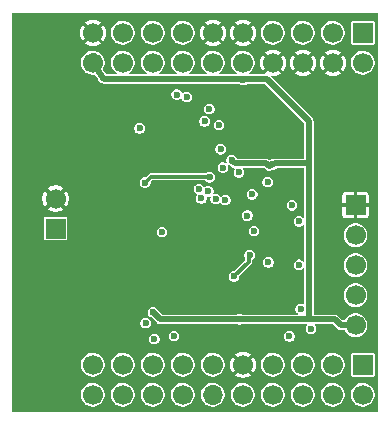
<source format=gbr>
%TF.GenerationSoftware,KiCad,Pcbnew,9.0.7-9.0.7~ubuntu24.04.1*%
%TF.CreationDate,2026-01-18T20:13:28+01:00*%
%TF.ProjectId,board,626f6172-642e-46b6-9963-61645f706362,rev?*%
%TF.SameCoordinates,Original*%
%TF.FileFunction,Copper,L3,Inr*%
%TF.FilePolarity,Positive*%
%FSLAX46Y46*%
G04 Gerber Fmt 4.6, Leading zero omitted, Abs format (unit mm)*
G04 Created by KiCad (PCBNEW 9.0.7-9.0.7~ubuntu24.04.1) date 2026-01-18 20:13:28*
%MOMM*%
%LPD*%
G01*
G04 APERTURE LIST*
%TA.AperFunction,ComponentPad*%
%ADD10R,1.700000X1.700000*%
%TD*%
%TA.AperFunction,ComponentPad*%
%ADD11C,1.700000*%
%TD*%
%TA.AperFunction,ComponentPad*%
%ADD12C,0.858000*%
%TD*%
%TA.AperFunction,ComponentPad*%
%ADD13O,1.700000X1.700000*%
%TD*%
%TA.AperFunction,ViaPad*%
%ADD14C,0.600000*%
%TD*%
%TA.AperFunction,Conductor*%
%ADD15C,0.508000*%
%TD*%
%TA.AperFunction,Conductor*%
%ADD16C,0.304800*%
%TD*%
G04 APERTURE END LIST*
D10*
%TO.N,CPAD_2.2MM*%
%TO.C,J5*%
X166280000Y-98590000D03*
D11*
%TO.N,PA7*%
X166280000Y-101130000D03*
%TO.N,SCLK*%
X166280000Y-103670000D03*
%TO.N,SDATA*%
X166280000Y-106210000D03*
%TO.N,+3.3V*%
X166280000Y-108750000D03*
%TD*%
D10*
%TO.N,/5V*%
%TO.C,J3*%
X140880000Y-100565000D03*
D11*
%TO.N,CPAD_2.2MM*%
X140880000Y-98025000D03*
%TD*%
D12*
%TO.N,CPAD_2.2MM*%
%TO.C,U1*%
X152440000Y-94940000D03*
X152440000Y-93840000D03*
X152440000Y-92740000D03*
X151340000Y-94940000D03*
X151340000Y-93840000D03*
X151340000Y-92740000D03*
X150240000Y-94940000D03*
X150240000Y-93840000D03*
X150240000Y-92740000D03*
%TD*%
%TO.N,CPAD_2.2MM*%
%TO.C,U2*%
X154740000Y-103020000D03*
X154740000Y-101920000D03*
X154740000Y-100820000D03*
X153640000Y-103020000D03*
X153640000Y-101920000D03*
X153640000Y-100820000D03*
X152540000Y-103020000D03*
X152540000Y-101920000D03*
X152540000Y-100820000D03*
%TD*%
D10*
%TO.N,LOCK_B*%
%TO.C,P2*%
X166900000Y-112100000D03*
D11*
%TO.N,SDATA*%
X166900000Y-114640000D03*
%TO.N,SCLK*%
X164360000Y-112100000D03*
%TO.N,CSN_B*%
X164360000Y-114640000D03*
%TO.N,CSN_A*%
X161820000Y-112100000D03*
%TO.N,PA7*%
X161820000Y-114640000D03*
%TO.N,unconnected-(P2-Pin_7-Pad7)*%
X159280000Y-112100000D03*
%TO.N,/PA5*%
X159280000Y-114640000D03*
%TO.N,CPAD_2.2MM*%
X156740000Y-112100000D03*
%TO.N,unconnected-(P2-Pin_10-Pad10)*%
X156740000Y-114640000D03*
%TO.N,unconnected-(P2-Pin_11-Pad11)*%
X154200000Y-112100000D03*
D13*
%TO.N,unconnected-(P2-Pin_12-Pad12)*%
X154200000Y-114640000D03*
D11*
%TO.N,unconnected-(P2-Pin_13-Pad13)*%
X151660000Y-112100000D03*
%TO.N,unconnected-(P2-Pin_14-Pad14)*%
X151660000Y-114640000D03*
%TO.N,unconnected-(P2-Pin_15-Pad15)*%
X149120000Y-112100000D03*
%TO.N,unconnected-(P2-Pin_16-Pad16)*%
X149120000Y-114640000D03*
%TO.N,Q1_B*%
X146580000Y-112100000D03*
%TO.N,Q0_B*%
X146580000Y-114640000D03*
%TO.N,I1_B*%
X144040000Y-112100000D03*
%TO.N,I0_B*%
X144040000Y-114640000D03*
%TD*%
D10*
%TO.N,LOCK_A*%
%TO.C,P1*%
X166900000Y-84000000D03*
D11*
%TO.N,/PD6*%
X166900000Y-86540000D03*
%TO.N,PD7*%
X164360000Y-84000000D03*
%TO.N,CPAD_2.2MM*%
X164360000Y-86540000D03*
%TO.N,unconnected-(P1-Pin_5-Pad5)*%
X161820000Y-84000000D03*
%TO.N,CPAD_2.2MM*%
X161820000Y-86540000D03*
%TO.N,/SLRD*%
X159280000Y-84000000D03*
%TO.N,CPAD_2.2MM*%
X159280000Y-86540000D03*
X156740000Y-84000000D03*
%TO.N,+3.3V*%
X156740000Y-86540000D03*
%TO.N,CPAD_2.2MM*%
X154200000Y-84000000D03*
%TO.N,DCLK*%
X154200000Y-86540000D03*
%TO.N,unconnected-(P1-Pin_13-Pad13)*%
X151660000Y-84000000D03*
%TO.N,unconnected-(P1-Pin_14-Pad14)*%
X151660000Y-86540000D03*
%TO.N,I0_A*%
X149120000Y-84000000D03*
%TO.N,I1_A*%
X149120000Y-86540000D03*
%TO.N,Q0_A*%
X146580000Y-84000000D03*
%TO.N,Q1_A*%
X146580000Y-86540000D03*
%TO.N,CPAD_2.2MM*%
X144040000Y-84000000D03*
%TO.N,+3.3V*%
X144040000Y-86540000D03*
%TD*%
D14*
%TO.N,CPAD_2.2MM*%
X160150000Y-103470000D03*
X157360000Y-104900000D03*
X159130000Y-100480000D03*
X159210000Y-110520000D03*
X156420000Y-97490000D03*
%TO.N,CP1OUT*%
X161510000Y-99960000D03*
X158838600Y-96610000D03*
%TO.N,CP2OUT*%
X161623600Y-107370000D03*
X158904400Y-103420000D03*
%TO.N,CPAD_2.2MM*%
X163090000Y-98620000D03*
%TO.N,CP1OUT*%
X155050000Y-95400000D03*
X156401400Y-95814000D03*
%TO.N,CPAD_2.2MM*%
X145550000Y-94260000D03*
X163620000Y-110750000D03*
X147150000Y-110550000D03*
X151330000Y-99330000D03*
X155450000Y-106310000D03*
X163480000Y-90360000D03*
X158440000Y-90300000D03*
X145160000Y-105840000D03*
X144570000Y-101320000D03*
X144780000Y-97020000D03*
X140920000Y-94150000D03*
%TO.N,+3.3V*%
X153923800Y-96224491D03*
X146490000Y-87900000D03*
X159280000Y-95130000D03*
X155995000Y-104625000D03*
X149150000Y-107660000D03*
X156460000Y-108260000D03*
X157322565Y-102797435D03*
X155790000Y-94800000D03*
X148470000Y-96670000D03*
X156790000Y-87980000D03*
%TO.N,SDATA*%
X154720000Y-91800000D03*
X157118683Y-99468683D03*
%TO.N,SCLK*%
X162510000Y-109050000D03*
X153510000Y-91490000D03*
X161490000Y-103640000D03*
X157530000Y-97670000D03*
%TO.N,Q0_A*%
X151150000Y-89220000D03*
%TO.N,DCLK*%
X154870000Y-93850000D03*
X157680000Y-100780000D03*
%TO.N,Q1_A*%
X151980000Y-89440000D03*
%TO.N,LOCK_A*%
X148000000Y-92080000D03*
%TO.N,LOCK_B*%
X148500000Y-108560000D03*
X160670000Y-109690000D03*
X150920000Y-109660000D03*
X149890000Y-100850000D03*
%TO.N,I0_B*%
X153230000Y-98020000D03*
%TO.N,CSN_B*%
X155260000Y-98160000D03*
%TO.N,CSN_A*%
X153910000Y-90430000D03*
X160900000Y-98590000D03*
%TO.N,Q0_B*%
X153820000Y-97420000D03*
%TO.N,I1_B*%
X153020000Y-97210000D03*
%TO.N,Q1_B*%
X149240000Y-109920000D03*
X154440000Y-98070000D03*
%TD*%
D15*
%TO.N,+3.3V*%
X159290000Y-95140000D02*
X159380000Y-95140000D01*
X155820000Y-94830000D02*
X155790000Y-94800000D01*
X159020000Y-95260000D02*
X158940000Y-95260000D01*
X159460000Y-95060000D02*
X162330000Y-95060000D01*
X158740000Y-95060000D02*
X156040000Y-95060000D01*
X158940000Y-95260000D02*
X158740000Y-95060000D01*
X155820000Y-94840000D02*
X155820000Y-94830000D01*
X156040000Y-95060000D02*
X155820000Y-94840000D01*
X159140000Y-95140000D02*
X159020000Y-95260000D01*
X159280000Y-95130000D02*
X159270000Y-95140000D01*
X159280000Y-95130000D02*
X159290000Y-95140000D01*
X159270000Y-95140000D02*
X159140000Y-95140000D01*
X159380000Y-95140000D02*
X159460000Y-95060000D01*
D16*
X148960000Y-96180000D02*
X148470000Y-96670000D01*
X153620000Y-96180000D02*
X148960000Y-96180000D01*
X153664491Y-96224491D02*
X153620000Y-96180000D01*
X153923800Y-96224491D02*
X153664491Y-96224491D01*
X157322565Y-102797435D02*
X157230000Y-102890000D01*
X157230000Y-102890000D02*
X157230000Y-103390000D01*
X157230000Y-103390000D02*
X155995000Y-104625000D01*
D15*
X144839526Y-87729526D02*
X145010000Y-87900000D01*
X165020000Y-108750000D02*
X164530000Y-108260000D01*
X162330000Y-95060000D02*
X162330000Y-108230000D01*
X149750000Y-108260000D02*
X149150000Y-107660000D01*
X156460000Y-108260000D02*
X149750000Y-108260000D01*
X164530000Y-108260000D02*
X162360000Y-108260000D01*
X162360000Y-108260000D02*
X156460000Y-108260000D01*
X166280000Y-108750000D02*
X165020000Y-108750000D01*
X162330000Y-108230000D02*
X162360000Y-108260000D01*
X146490000Y-87900000D02*
X158750000Y-87900000D01*
X162330000Y-91480000D02*
X162330000Y-95060000D01*
X145010000Y-87900000D02*
X146490000Y-87900000D01*
X158750000Y-87900000D02*
X162330000Y-91480000D01*
X144090000Y-85920000D02*
G75*
G03*
X144839540Y-87729512I2559000J0D01*
G01*
%TD*%
%TA.AperFunction,Conductor*%
%TO.N,CPAD_2.2MM*%
G36*
X168204914Y-82325086D02*
G01*
X168219500Y-82360300D01*
X168219500Y-116039700D01*
X168204914Y-116074914D01*
X168169700Y-116089500D01*
X137270300Y-116089500D01*
X137235086Y-116074914D01*
X137220500Y-116039700D01*
X137220500Y-114541220D01*
X143037100Y-114541220D01*
X143037100Y-114738779D01*
X143075638Y-114932525D01*
X143075640Y-114932531D01*
X143075641Y-114932535D01*
X143075643Y-114932539D01*
X143151239Y-115115047D01*
X143151240Y-115115049D01*
X143260992Y-115279308D01*
X143400691Y-115419007D01*
X143498978Y-115484679D01*
X143564949Y-115528759D01*
X143747465Y-115604359D01*
X143747472Y-115604360D01*
X143747474Y-115604361D01*
X143813773Y-115617548D01*
X143941223Y-115642900D01*
X143941228Y-115642900D01*
X144138772Y-115642900D01*
X144138777Y-115642900D01*
X144332535Y-115604359D01*
X144515051Y-115528759D01*
X144679312Y-115419004D01*
X144819004Y-115279312D01*
X144928759Y-115115051D01*
X145004359Y-114932535D01*
X145042900Y-114738777D01*
X145042900Y-114541223D01*
X145042899Y-114541220D01*
X145577100Y-114541220D01*
X145577100Y-114738779D01*
X145615638Y-114932525D01*
X145615640Y-114932531D01*
X145615641Y-114932535D01*
X145615643Y-114932539D01*
X145691239Y-115115047D01*
X145691240Y-115115049D01*
X145800992Y-115279308D01*
X145940691Y-115419007D01*
X146038978Y-115484679D01*
X146104949Y-115528759D01*
X146287465Y-115604359D01*
X146287472Y-115604360D01*
X146287474Y-115604361D01*
X146353773Y-115617548D01*
X146481223Y-115642900D01*
X146481228Y-115642900D01*
X146678772Y-115642900D01*
X146678777Y-115642900D01*
X146872535Y-115604359D01*
X147055051Y-115528759D01*
X147219312Y-115419004D01*
X147359004Y-115279312D01*
X147468759Y-115115051D01*
X147544359Y-114932535D01*
X147582900Y-114738777D01*
X147582900Y-114541223D01*
X147582899Y-114541220D01*
X148117100Y-114541220D01*
X148117100Y-114738779D01*
X148155638Y-114932525D01*
X148155640Y-114932531D01*
X148155641Y-114932535D01*
X148155643Y-114932539D01*
X148231239Y-115115047D01*
X148231240Y-115115049D01*
X148340992Y-115279308D01*
X148480691Y-115419007D01*
X148578978Y-115484679D01*
X148644949Y-115528759D01*
X148827465Y-115604359D01*
X148827472Y-115604360D01*
X148827474Y-115604361D01*
X148893773Y-115617548D01*
X149021223Y-115642900D01*
X149021228Y-115642900D01*
X149218772Y-115642900D01*
X149218777Y-115642900D01*
X149412535Y-115604359D01*
X149595051Y-115528759D01*
X149759312Y-115419004D01*
X149899004Y-115279312D01*
X150008759Y-115115051D01*
X150084359Y-114932535D01*
X150122900Y-114738777D01*
X150122900Y-114541223D01*
X150122899Y-114541220D01*
X150657100Y-114541220D01*
X150657100Y-114738779D01*
X150695638Y-114932525D01*
X150695640Y-114932531D01*
X150695641Y-114932535D01*
X150695643Y-114932539D01*
X150771239Y-115115047D01*
X150771240Y-115115049D01*
X150880992Y-115279308D01*
X151020691Y-115419007D01*
X151118978Y-115484679D01*
X151184949Y-115528759D01*
X151367465Y-115604359D01*
X151367472Y-115604360D01*
X151367474Y-115604361D01*
X151433773Y-115617548D01*
X151561223Y-115642900D01*
X151561228Y-115642900D01*
X151758772Y-115642900D01*
X151758777Y-115642900D01*
X151952535Y-115604359D01*
X152135051Y-115528759D01*
X152299312Y-115419004D01*
X152439004Y-115279312D01*
X152548759Y-115115051D01*
X152624359Y-114932535D01*
X152662900Y-114738777D01*
X152662900Y-114541223D01*
X152662899Y-114541220D01*
X153197100Y-114541220D01*
X153197100Y-114738779D01*
X153235638Y-114932525D01*
X153235640Y-114932531D01*
X153235641Y-114932535D01*
X153235643Y-114932539D01*
X153311239Y-115115047D01*
X153311240Y-115115049D01*
X153420992Y-115279308D01*
X153560691Y-115419007D01*
X153658978Y-115484679D01*
X153724949Y-115528759D01*
X153907465Y-115604359D01*
X153907472Y-115604360D01*
X153907474Y-115604361D01*
X153973773Y-115617548D01*
X154101223Y-115642900D01*
X154101228Y-115642900D01*
X154298772Y-115642900D01*
X154298777Y-115642900D01*
X154492535Y-115604359D01*
X154675051Y-115528759D01*
X154839312Y-115419004D01*
X154979004Y-115279312D01*
X155088759Y-115115051D01*
X155164359Y-114932535D01*
X155202900Y-114738777D01*
X155202900Y-114541223D01*
X155202899Y-114541220D01*
X155737100Y-114541220D01*
X155737100Y-114738779D01*
X155775638Y-114932525D01*
X155775640Y-114932531D01*
X155775641Y-114932535D01*
X155775643Y-114932539D01*
X155851239Y-115115047D01*
X155851240Y-115115049D01*
X155960992Y-115279308D01*
X156100691Y-115419007D01*
X156198978Y-115484679D01*
X156264949Y-115528759D01*
X156447465Y-115604359D01*
X156447472Y-115604360D01*
X156447474Y-115604361D01*
X156513773Y-115617548D01*
X156641223Y-115642900D01*
X156641228Y-115642900D01*
X156838772Y-115642900D01*
X156838777Y-115642900D01*
X157032535Y-115604359D01*
X157215051Y-115528759D01*
X157379312Y-115419004D01*
X157519004Y-115279312D01*
X157628759Y-115115051D01*
X157704359Y-114932535D01*
X157742900Y-114738777D01*
X157742900Y-114541223D01*
X157742899Y-114541220D01*
X158277100Y-114541220D01*
X158277100Y-114738779D01*
X158315638Y-114932525D01*
X158315640Y-114932531D01*
X158315641Y-114932535D01*
X158315643Y-114932539D01*
X158391239Y-115115047D01*
X158391240Y-115115049D01*
X158500992Y-115279308D01*
X158640691Y-115419007D01*
X158738978Y-115484679D01*
X158804949Y-115528759D01*
X158987465Y-115604359D01*
X158987472Y-115604360D01*
X158987474Y-115604361D01*
X159053773Y-115617548D01*
X159181223Y-115642900D01*
X159181228Y-115642900D01*
X159378772Y-115642900D01*
X159378777Y-115642900D01*
X159572535Y-115604359D01*
X159755051Y-115528759D01*
X159919312Y-115419004D01*
X160059004Y-115279312D01*
X160168759Y-115115051D01*
X160244359Y-114932535D01*
X160282900Y-114738777D01*
X160282900Y-114541223D01*
X160282899Y-114541220D01*
X160817100Y-114541220D01*
X160817100Y-114738779D01*
X160855638Y-114932525D01*
X160855640Y-114932531D01*
X160855641Y-114932535D01*
X160855643Y-114932539D01*
X160931239Y-115115047D01*
X160931240Y-115115049D01*
X161040992Y-115279308D01*
X161180691Y-115419007D01*
X161278978Y-115484679D01*
X161344949Y-115528759D01*
X161527465Y-115604359D01*
X161527472Y-115604360D01*
X161527474Y-115604361D01*
X161593773Y-115617548D01*
X161721223Y-115642900D01*
X161721228Y-115642900D01*
X161918772Y-115642900D01*
X161918777Y-115642900D01*
X162112535Y-115604359D01*
X162295051Y-115528759D01*
X162459312Y-115419004D01*
X162599004Y-115279312D01*
X162708759Y-115115051D01*
X162784359Y-114932535D01*
X162822900Y-114738777D01*
X162822900Y-114541223D01*
X162822899Y-114541220D01*
X163357100Y-114541220D01*
X163357100Y-114738779D01*
X163395638Y-114932525D01*
X163395640Y-114932531D01*
X163395641Y-114932535D01*
X163395643Y-114932539D01*
X163471239Y-115115047D01*
X163471240Y-115115049D01*
X163580992Y-115279308D01*
X163720691Y-115419007D01*
X163818978Y-115484679D01*
X163884949Y-115528759D01*
X164067465Y-115604359D01*
X164067472Y-115604360D01*
X164067474Y-115604361D01*
X164133773Y-115617548D01*
X164261223Y-115642900D01*
X164261228Y-115642900D01*
X164458772Y-115642900D01*
X164458777Y-115642900D01*
X164652535Y-115604359D01*
X164835051Y-115528759D01*
X164999312Y-115419004D01*
X165139004Y-115279312D01*
X165248759Y-115115051D01*
X165324359Y-114932535D01*
X165362900Y-114738777D01*
X165362900Y-114541223D01*
X165362899Y-114541220D01*
X165897100Y-114541220D01*
X165897100Y-114738779D01*
X165935638Y-114932525D01*
X165935640Y-114932531D01*
X165935641Y-114932535D01*
X165935643Y-114932539D01*
X166011239Y-115115047D01*
X166011240Y-115115049D01*
X166120992Y-115279308D01*
X166260691Y-115419007D01*
X166358978Y-115484679D01*
X166424949Y-115528759D01*
X166607465Y-115604359D01*
X166607472Y-115604360D01*
X166607474Y-115604361D01*
X166673773Y-115617548D01*
X166801223Y-115642900D01*
X166801228Y-115642900D01*
X166998772Y-115642900D01*
X166998777Y-115642900D01*
X167192535Y-115604359D01*
X167375051Y-115528759D01*
X167539312Y-115419004D01*
X167679004Y-115279312D01*
X167788759Y-115115051D01*
X167864359Y-114932535D01*
X167902900Y-114738777D01*
X167902900Y-114541223D01*
X167864359Y-114347465D01*
X167788759Y-114164949D01*
X167744679Y-114098978D01*
X167679007Y-114000691D01*
X167539308Y-113860992D01*
X167408258Y-113773429D01*
X167375051Y-113751241D01*
X167375049Y-113751240D01*
X167375047Y-113751239D01*
X167283793Y-113713441D01*
X167192535Y-113675641D01*
X167192531Y-113675640D01*
X167192525Y-113675638D01*
X166998779Y-113637100D01*
X166998777Y-113637100D01*
X166801223Y-113637100D01*
X166801220Y-113637100D01*
X166607474Y-113675638D01*
X166607466Y-113675640D01*
X166607465Y-113675641D01*
X166607461Y-113675642D01*
X166607460Y-113675643D01*
X166424952Y-113751239D01*
X166424950Y-113751240D01*
X166260691Y-113860992D01*
X166260689Y-113860995D01*
X166120995Y-114000689D01*
X166120992Y-114000691D01*
X166011240Y-114164950D01*
X166011239Y-114164952D01*
X165935643Y-114347460D01*
X165935638Y-114347474D01*
X165897100Y-114541220D01*
X165362899Y-114541220D01*
X165324359Y-114347465D01*
X165248759Y-114164949D01*
X165204679Y-114098978D01*
X165139007Y-114000691D01*
X164999308Y-113860992D01*
X164868258Y-113773429D01*
X164835051Y-113751241D01*
X164835049Y-113751240D01*
X164835047Y-113751239D01*
X164743793Y-113713441D01*
X164652535Y-113675641D01*
X164652531Y-113675640D01*
X164652525Y-113675638D01*
X164458779Y-113637100D01*
X164458777Y-113637100D01*
X164261223Y-113637100D01*
X164261220Y-113637100D01*
X164067474Y-113675638D01*
X164067466Y-113675640D01*
X164067465Y-113675641D01*
X164067461Y-113675642D01*
X164067460Y-113675643D01*
X163884952Y-113751239D01*
X163884950Y-113751240D01*
X163720691Y-113860992D01*
X163720689Y-113860995D01*
X163580995Y-114000689D01*
X163580992Y-114000691D01*
X163471240Y-114164950D01*
X163471239Y-114164952D01*
X163395643Y-114347460D01*
X163395638Y-114347474D01*
X163357100Y-114541220D01*
X162822899Y-114541220D01*
X162784359Y-114347465D01*
X162708759Y-114164949D01*
X162664679Y-114098978D01*
X162599007Y-114000691D01*
X162459308Y-113860992D01*
X162328258Y-113773429D01*
X162295051Y-113751241D01*
X162295049Y-113751240D01*
X162295047Y-113751239D01*
X162203793Y-113713441D01*
X162112535Y-113675641D01*
X162112531Y-113675640D01*
X162112525Y-113675638D01*
X161918779Y-113637100D01*
X161918777Y-113637100D01*
X161721223Y-113637100D01*
X161721220Y-113637100D01*
X161527474Y-113675638D01*
X161527466Y-113675640D01*
X161527465Y-113675641D01*
X161527461Y-113675642D01*
X161527460Y-113675643D01*
X161344952Y-113751239D01*
X161344950Y-113751240D01*
X161180691Y-113860992D01*
X161180689Y-113860995D01*
X161040995Y-114000689D01*
X161040992Y-114000691D01*
X160931240Y-114164950D01*
X160931239Y-114164952D01*
X160855643Y-114347460D01*
X160855638Y-114347474D01*
X160817100Y-114541220D01*
X160282899Y-114541220D01*
X160244359Y-114347465D01*
X160168759Y-114164949D01*
X160124679Y-114098978D01*
X160059007Y-114000691D01*
X159919308Y-113860992D01*
X159788258Y-113773429D01*
X159755051Y-113751241D01*
X159755049Y-113751240D01*
X159755047Y-113751239D01*
X159663793Y-113713441D01*
X159572535Y-113675641D01*
X159572531Y-113675640D01*
X159572525Y-113675638D01*
X159378779Y-113637100D01*
X159378777Y-113637100D01*
X159181223Y-113637100D01*
X159181220Y-113637100D01*
X158987474Y-113675638D01*
X158987466Y-113675640D01*
X158987465Y-113675641D01*
X158987461Y-113675642D01*
X158987460Y-113675643D01*
X158804952Y-113751239D01*
X158804950Y-113751240D01*
X158640691Y-113860992D01*
X158640689Y-113860995D01*
X158500995Y-114000689D01*
X158500992Y-114000691D01*
X158391240Y-114164950D01*
X158391239Y-114164952D01*
X158315643Y-114347460D01*
X158315638Y-114347474D01*
X158277100Y-114541220D01*
X157742899Y-114541220D01*
X157704359Y-114347465D01*
X157628759Y-114164949D01*
X157584679Y-114098978D01*
X157519007Y-114000691D01*
X157379308Y-113860992D01*
X157248258Y-113773429D01*
X157215051Y-113751241D01*
X157215049Y-113751240D01*
X157215047Y-113751239D01*
X157123793Y-113713441D01*
X157032535Y-113675641D01*
X157032531Y-113675640D01*
X157032525Y-113675638D01*
X156838779Y-113637100D01*
X156838777Y-113637100D01*
X156641223Y-113637100D01*
X156641220Y-113637100D01*
X156447474Y-113675638D01*
X156447466Y-113675640D01*
X156447465Y-113675641D01*
X156447461Y-113675642D01*
X156447460Y-113675643D01*
X156264952Y-113751239D01*
X156264950Y-113751240D01*
X156100691Y-113860992D01*
X156100689Y-113860995D01*
X155960995Y-114000689D01*
X155960992Y-114000691D01*
X155851240Y-114164950D01*
X155851239Y-114164952D01*
X155775643Y-114347460D01*
X155775638Y-114347474D01*
X155737100Y-114541220D01*
X155202899Y-114541220D01*
X155164359Y-114347465D01*
X155088759Y-114164949D01*
X155044679Y-114098978D01*
X154979007Y-114000691D01*
X154839308Y-113860992D01*
X154708258Y-113773429D01*
X154675051Y-113751241D01*
X154675049Y-113751240D01*
X154675047Y-113751239D01*
X154583793Y-113713441D01*
X154492535Y-113675641D01*
X154492531Y-113675640D01*
X154492525Y-113675638D01*
X154298779Y-113637100D01*
X154298777Y-113637100D01*
X154101223Y-113637100D01*
X154101220Y-113637100D01*
X153907474Y-113675638D01*
X153907466Y-113675640D01*
X153907465Y-113675641D01*
X153907461Y-113675642D01*
X153907460Y-113675643D01*
X153724952Y-113751239D01*
X153724950Y-113751240D01*
X153560691Y-113860992D01*
X153560689Y-113860995D01*
X153420995Y-114000689D01*
X153420992Y-114000691D01*
X153311240Y-114164950D01*
X153311239Y-114164952D01*
X153235643Y-114347460D01*
X153235638Y-114347474D01*
X153197100Y-114541220D01*
X152662899Y-114541220D01*
X152624359Y-114347465D01*
X152548759Y-114164949D01*
X152504679Y-114098978D01*
X152439007Y-114000691D01*
X152299308Y-113860992D01*
X152168258Y-113773429D01*
X152135051Y-113751241D01*
X152135049Y-113751240D01*
X152135047Y-113751239D01*
X152043793Y-113713441D01*
X151952535Y-113675641D01*
X151952531Y-113675640D01*
X151952525Y-113675638D01*
X151758779Y-113637100D01*
X151758777Y-113637100D01*
X151561223Y-113637100D01*
X151561220Y-113637100D01*
X151367474Y-113675638D01*
X151367466Y-113675640D01*
X151367465Y-113675641D01*
X151367461Y-113675642D01*
X151367460Y-113675643D01*
X151184952Y-113751239D01*
X151184950Y-113751240D01*
X151020691Y-113860992D01*
X151020689Y-113860995D01*
X150880995Y-114000689D01*
X150880992Y-114000691D01*
X150771240Y-114164950D01*
X150771239Y-114164952D01*
X150695643Y-114347460D01*
X150695638Y-114347474D01*
X150657100Y-114541220D01*
X150122899Y-114541220D01*
X150084359Y-114347465D01*
X150008759Y-114164949D01*
X149964679Y-114098978D01*
X149899007Y-114000691D01*
X149759308Y-113860992D01*
X149628258Y-113773429D01*
X149595051Y-113751241D01*
X149595049Y-113751240D01*
X149595047Y-113751239D01*
X149503793Y-113713441D01*
X149412535Y-113675641D01*
X149412531Y-113675640D01*
X149412525Y-113675638D01*
X149218779Y-113637100D01*
X149218777Y-113637100D01*
X149021223Y-113637100D01*
X149021220Y-113637100D01*
X148827474Y-113675638D01*
X148827466Y-113675640D01*
X148827465Y-113675641D01*
X148827461Y-113675642D01*
X148827460Y-113675643D01*
X148644952Y-113751239D01*
X148644950Y-113751240D01*
X148480691Y-113860992D01*
X148480689Y-113860995D01*
X148340995Y-114000689D01*
X148340992Y-114000691D01*
X148231240Y-114164950D01*
X148231239Y-114164952D01*
X148155643Y-114347460D01*
X148155638Y-114347474D01*
X148117100Y-114541220D01*
X147582899Y-114541220D01*
X147544359Y-114347465D01*
X147468759Y-114164949D01*
X147424679Y-114098978D01*
X147359007Y-114000691D01*
X147219308Y-113860992D01*
X147088258Y-113773429D01*
X147055051Y-113751241D01*
X147055049Y-113751240D01*
X147055047Y-113751239D01*
X146963793Y-113713441D01*
X146872535Y-113675641D01*
X146872531Y-113675640D01*
X146872525Y-113675638D01*
X146678779Y-113637100D01*
X146678777Y-113637100D01*
X146481223Y-113637100D01*
X146481220Y-113637100D01*
X146287474Y-113675638D01*
X146287466Y-113675640D01*
X146287465Y-113675641D01*
X146287461Y-113675642D01*
X146287460Y-113675643D01*
X146104952Y-113751239D01*
X146104950Y-113751240D01*
X145940691Y-113860992D01*
X145940689Y-113860995D01*
X145800995Y-114000689D01*
X145800992Y-114000691D01*
X145691240Y-114164950D01*
X145691239Y-114164952D01*
X145615643Y-114347460D01*
X145615638Y-114347474D01*
X145577100Y-114541220D01*
X145042899Y-114541220D01*
X145004359Y-114347465D01*
X144928759Y-114164949D01*
X144884679Y-114098978D01*
X144819007Y-114000691D01*
X144679308Y-113860992D01*
X144548258Y-113773429D01*
X144515051Y-113751241D01*
X144515049Y-113751240D01*
X144515047Y-113751239D01*
X144423793Y-113713441D01*
X144332535Y-113675641D01*
X144332531Y-113675640D01*
X144332525Y-113675638D01*
X144138779Y-113637100D01*
X144138777Y-113637100D01*
X143941223Y-113637100D01*
X143941220Y-113637100D01*
X143747474Y-113675638D01*
X143747466Y-113675640D01*
X143747465Y-113675641D01*
X143747461Y-113675642D01*
X143747460Y-113675643D01*
X143564952Y-113751239D01*
X143564950Y-113751240D01*
X143400691Y-113860992D01*
X143400689Y-113860995D01*
X143260995Y-114000689D01*
X143260992Y-114000691D01*
X143151240Y-114164950D01*
X143151239Y-114164952D01*
X143075643Y-114347460D01*
X143075638Y-114347474D01*
X143037100Y-114541220D01*
X137220500Y-114541220D01*
X137220500Y-112001220D01*
X143037100Y-112001220D01*
X143037100Y-112198779D01*
X143075638Y-112392525D01*
X143075640Y-112392531D01*
X143075641Y-112392535D01*
X143113441Y-112483793D01*
X143151239Y-112575047D01*
X143151240Y-112575049D01*
X143260992Y-112739308D01*
X143400691Y-112879007D01*
X143463068Y-112920685D01*
X143564949Y-112988759D01*
X143747465Y-113064359D01*
X143747472Y-113064360D01*
X143747474Y-113064361D01*
X143813773Y-113077548D01*
X143941223Y-113102900D01*
X143941228Y-113102900D01*
X144138772Y-113102900D01*
X144138777Y-113102900D01*
X144332535Y-113064359D01*
X144515051Y-112988759D01*
X144679312Y-112879004D01*
X144819004Y-112739312D01*
X144928759Y-112575051D01*
X145004359Y-112392535D01*
X145042900Y-112198777D01*
X145042900Y-112001223D01*
X145042899Y-112001220D01*
X145577100Y-112001220D01*
X145577100Y-112198779D01*
X145615638Y-112392525D01*
X145615640Y-112392531D01*
X145615641Y-112392535D01*
X145653441Y-112483793D01*
X145691239Y-112575047D01*
X145691240Y-112575049D01*
X145800992Y-112739308D01*
X145940691Y-112879007D01*
X146003068Y-112920685D01*
X146104949Y-112988759D01*
X146287465Y-113064359D01*
X146287472Y-113064360D01*
X146287474Y-113064361D01*
X146353773Y-113077548D01*
X146481223Y-113102900D01*
X146481228Y-113102900D01*
X146678772Y-113102900D01*
X146678777Y-113102900D01*
X146872535Y-113064359D01*
X147055051Y-112988759D01*
X147219312Y-112879004D01*
X147359004Y-112739312D01*
X147468759Y-112575051D01*
X147544359Y-112392535D01*
X147582900Y-112198777D01*
X147582900Y-112001223D01*
X147582899Y-112001220D01*
X148117100Y-112001220D01*
X148117100Y-112198779D01*
X148155638Y-112392525D01*
X148155640Y-112392531D01*
X148155641Y-112392535D01*
X148193441Y-112483793D01*
X148231239Y-112575047D01*
X148231240Y-112575049D01*
X148340992Y-112739308D01*
X148480691Y-112879007D01*
X148543068Y-112920685D01*
X148644949Y-112988759D01*
X148827465Y-113064359D01*
X148827472Y-113064360D01*
X148827474Y-113064361D01*
X148893773Y-113077548D01*
X149021223Y-113102900D01*
X149021228Y-113102900D01*
X149218772Y-113102900D01*
X149218777Y-113102900D01*
X149412535Y-113064359D01*
X149595051Y-112988759D01*
X149759312Y-112879004D01*
X149899004Y-112739312D01*
X150008759Y-112575051D01*
X150084359Y-112392535D01*
X150122900Y-112198777D01*
X150122900Y-112001223D01*
X150122899Y-112001220D01*
X150657100Y-112001220D01*
X150657100Y-112198779D01*
X150695638Y-112392525D01*
X150695640Y-112392531D01*
X150695641Y-112392535D01*
X150733441Y-112483793D01*
X150771239Y-112575047D01*
X150771240Y-112575049D01*
X150880992Y-112739308D01*
X151020691Y-112879007D01*
X151083068Y-112920685D01*
X151184949Y-112988759D01*
X151367465Y-113064359D01*
X151367472Y-113064360D01*
X151367474Y-113064361D01*
X151433773Y-113077548D01*
X151561223Y-113102900D01*
X151561228Y-113102900D01*
X151758772Y-113102900D01*
X151758777Y-113102900D01*
X151952535Y-113064359D01*
X152135051Y-112988759D01*
X152299312Y-112879004D01*
X152439004Y-112739312D01*
X152548759Y-112575051D01*
X152624359Y-112392535D01*
X152662900Y-112198777D01*
X152662900Y-112001223D01*
X152662899Y-112001220D01*
X153197100Y-112001220D01*
X153197100Y-112198779D01*
X153235638Y-112392525D01*
X153235640Y-112392531D01*
X153235641Y-112392535D01*
X153273441Y-112483793D01*
X153311239Y-112575047D01*
X153311240Y-112575049D01*
X153420992Y-112739308D01*
X153560691Y-112879007D01*
X153623068Y-112920685D01*
X153724949Y-112988759D01*
X153907465Y-113064359D01*
X153907472Y-113064360D01*
X153907474Y-113064361D01*
X153973773Y-113077548D01*
X154101223Y-113102900D01*
X154101228Y-113102900D01*
X154298772Y-113102900D01*
X154298777Y-113102900D01*
X154492535Y-113064359D01*
X154675051Y-112988759D01*
X154839312Y-112879004D01*
X154979004Y-112739312D01*
X155088759Y-112575051D01*
X155164359Y-112392535D01*
X155202900Y-112198777D01*
X155202900Y-112013112D01*
X155636000Y-112013112D01*
X155636000Y-112186887D01*
X155663182Y-112358512D01*
X155663184Y-112358519D01*
X155716883Y-112523790D01*
X155795771Y-112678618D01*
X155795772Y-112678619D01*
X155858926Y-112765544D01*
X156295085Y-112329384D01*
X156339901Y-112407007D01*
X156432993Y-112500099D01*
X156510612Y-112544912D01*
X156074453Y-112981072D01*
X156161380Y-113044227D01*
X156161381Y-113044228D01*
X156316209Y-113123116D01*
X156481480Y-113176815D01*
X156481487Y-113176817D01*
X156653113Y-113204000D01*
X156826887Y-113204000D01*
X156998512Y-113176817D01*
X156998519Y-113176815D01*
X157163790Y-113123116D01*
X157318618Y-113044228D01*
X157318619Y-113044227D01*
X157405544Y-112981071D01*
X156969386Y-112544913D01*
X157047007Y-112500099D01*
X157140099Y-112407007D01*
X157184913Y-112329386D01*
X157621071Y-112765544D01*
X157684227Y-112678619D01*
X157684228Y-112678618D01*
X157763116Y-112523790D01*
X157816815Y-112358519D01*
X157816817Y-112358512D01*
X157844000Y-112186887D01*
X157844000Y-112013114D01*
X157842963Y-112006567D01*
X157842963Y-112006566D01*
X157842116Y-112001220D01*
X158277100Y-112001220D01*
X158277100Y-112198779D01*
X158315638Y-112392525D01*
X158315640Y-112392531D01*
X158315641Y-112392535D01*
X158353441Y-112483793D01*
X158391239Y-112575047D01*
X158391240Y-112575049D01*
X158500992Y-112739308D01*
X158640691Y-112879007D01*
X158703068Y-112920685D01*
X158804949Y-112988759D01*
X158987465Y-113064359D01*
X158987472Y-113064360D01*
X158987474Y-113064361D01*
X159053773Y-113077548D01*
X159181223Y-113102900D01*
X159181228Y-113102900D01*
X159378772Y-113102900D01*
X159378777Y-113102900D01*
X159572535Y-113064359D01*
X159755051Y-112988759D01*
X159919312Y-112879004D01*
X160059004Y-112739312D01*
X160168759Y-112575051D01*
X160244359Y-112392535D01*
X160282900Y-112198777D01*
X160282900Y-112001223D01*
X160282899Y-112001220D01*
X160817100Y-112001220D01*
X160817100Y-112198779D01*
X160855638Y-112392525D01*
X160855640Y-112392531D01*
X160855641Y-112392535D01*
X160893441Y-112483793D01*
X160931239Y-112575047D01*
X160931240Y-112575049D01*
X161040992Y-112739308D01*
X161180691Y-112879007D01*
X161243068Y-112920685D01*
X161344949Y-112988759D01*
X161527465Y-113064359D01*
X161527472Y-113064360D01*
X161527474Y-113064361D01*
X161593773Y-113077548D01*
X161721223Y-113102900D01*
X161721228Y-113102900D01*
X161918772Y-113102900D01*
X161918777Y-113102900D01*
X162112535Y-113064359D01*
X162295051Y-112988759D01*
X162459312Y-112879004D01*
X162599004Y-112739312D01*
X162708759Y-112575051D01*
X162784359Y-112392535D01*
X162822900Y-112198777D01*
X162822900Y-112001223D01*
X162822899Y-112001220D01*
X163357100Y-112001220D01*
X163357100Y-112198779D01*
X163395638Y-112392525D01*
X163395640Y-112392531D01*
X163395641Y-112392535D01*
X163433441Y-112483793D01*
X163471239Y-112575047D01*
X163471240Y-112575049D01*
X163580992Y-112739308D01*
X163720691Y-112879007D01*
X163783068Y-112920685D01*
X163884949Y-112988759D01*
X164067465Y-113064359D01*
X164067472Y-113064360D01*
X164067474Y-113064361D01*
X164133773Y-113077548D01*
X164261223Y-113102900D01*
X164261228Y-113102900D01*
X164458772Y-113102900D01*
X164458777Y-113102900D01*
X164652535Y-113064359D01*
X164835051Y-112988759D01*
X164999312Y-112879004D01*
X165139004Y-112739312D01*
X165248759Y-112575051D01*
X165324359Y-112392535D01*
X165362900Y-112198777D01*
X165362900Y-112001223D01*
X165337548Y-111873773D01*
X165324361Y-111807474D01*
X165324360Y-111807472D01*
X165324359Y-111807465D01*
X165248759Y-111624949D01*
X165204679Y-111558978D01*
X165139007Y-111460691D01*
X164999308Y-111320992D01*
X164928832Y-111273903D01*
X164913410Y-111263598D01*
X164870523Y-111234942D01*
X165897100Y-111234942D01*
X165897100Y-112965050D01*
X165897101Y-112965058D01*
X165905972Y-113009656D01*
X165905973Y-113009661D01*
X165939764Y-113060232D01*
X165939766Y-113060234D01*
X165990342Y-113094028D01*
X166034943Y-113102900D01*
X167765056Y-113102899D01*
X167809658Y-113094028D01*
X167860234Y-113060234D01*
X167894028Y-113009658D01*
X167902900Y-112965057D01*
X167902899Y-111234944D01*
X167894028Y-111190342D01*
X167894026Y-111190339D01*
X167894026Y-111190338D01*
X167860235Y-111139767D01*
X167860232Y-111139764D01*
X167809658Y-111105972D01*
X167765057Y-111097100D01*
X167765055Y-111097100D01*
X166034949Y-111097100D01*
X166034941Y-111097101D01*
X166001492Y-111103754D01*
X165990342Y-111105972D01*
X165990341Y-111105972D01*
X165990338Y-111105973D01*
X165939767Y-111139764D01*
X165939764Y-111139767D01*
X165905972Y-111190340D01*
X165905972Y-111190341D01*
X165897100Y-111234942D01*
X164870523Y-111234942D01*
X164835051Y-111211241D01*
X164835049Y-111211240D01*
X164835047Y-111211239D01*
X164701136Y-111155772D01*
X164652535Y-111135641D01*
X164652531Y-111135640D01*
X164652525Y-111135638D01*
X164458779Y-111097100D01*
X164458777Y-111097100D01*
X164261223Y-111097100D01*
X164261220Y-111097100D01*
X164067474Y-111135638D01*
X164067466Y-111135640D01*
X164067465Y-111135641D01*
X164067461Y-111135642D01*
X164067460Y-111135643D01*
X163884952Y-111211239D01*
X163884950Y-111211240D01*
X163720691Y-111320992D01*
X163720689Y-111320995D01*
X163580995Y-111460689D01*
X163580992Y-111460691D01*
X163471240Y-111624950D01*
X163471239Y-111624952D01*
X163395643Y-111807460D01*
X163395638Y-111807474D01*
X163357100Y-112001220D01*
X162822899Y-112001220D01*
X162797548Y-111873773D01*
X162784361Y-111807474D01*
X162784360Y-111807472D01*
X162784359Y-111807465D01*
X162708759Y-111624949D01*
X162664679Y-111558978D01*
X162599007Y-111460691D01*
X162459308Y-111320992D01*
X162306552Y-111218926D01*
X162295051Y-111211241D01*
X162295049Y-111211240D01*
X162295047Y-111211239D01*
X162161136Y-111155772D01*
X162112535Y-111135641D01*
X162112531Y-111135640D01*
X162112525Y-111135638D01*
X161918779Y-111097100D01*
X161918777Y-111097100D01*
X161721223Y-111097100D01*
X161721220Y-111097100D01*
X161527474Y-111135638D01*
X161527466Y-111135640D01*
X161527465Y-111135641D01*
X161527461Y-111135642D01*
X161527460Y-111135643D01*
X161344952Y-111211239D01*
X161344950Y-111211240D01*
X161180691Y-111320992D01*
X161180689Y-111320995D01*
X161040995Y-111460689D01*
X161040992Y-111460691D01*
X160931240Y-111624950D01*
X160931239Y-111624952D01*
X160855643Y-111807460D01*
X160855638Y-111807474D01*
X160817100Y-112001220D01*
X160282899Y-112001220D01*
X160257548Y-111873773D01*
X160244361Y-111807474D01*
X160244360Y-111807472D01*
X160244359Y-111807465D01*
X160168759Y-111624949D01*
X160124679Y-111558978D01*
X160059007Y-111460691D01*
X159919308Y-111320992D01*
X159766552Y-111218926D01*
X159755051Y-111211241D01*
X159755049Y-111211240D01*
X159755047Y-111211239D01*
X159621136Y-111155772D01*
X159572535Y-111135641D01*
X159572531Y-111135640D01*
X159572525Y-111135638D01*
X159378779Y-111097100D01*
X159378777Y-111097100D01*
X159181223Y-111097100D01*
X159181220Y-111097100D01*
X158987474Y-111135638D01*
X158987466Y-111135640D01*
X158987465Y-111135641D01*
X158987461Y-111135642D01*
X158987460Y-111135643D01*
X158804952Y-111211239D01*
X158804950Y-111211240D01*
X158640691Y-111320992D01*
X158640689Y-111320995D01*
X158500995Y-111460689D01*
X158500992Y-111460691D01*
X158391240Y-111624950D01*
X158391239Y-111624952D01*
X158315643Y-111807460D01*
X158315638Y-111807474D01*
X158277100Y-112001220D01*
X157842116Y-112001220D01*
X157816817Y-111841487D01*
X157816815Y-111841480D01*
X157763116Y-111676209D01*
X157684228Y-111521381D01*
X157684227Y-111521380D01*
X157621071Y-111434453D01*
X157184912Y-111870612D01*
X157140099Y-111792993D01*
X157047007Y-111699901D01*
X156969385Y-111655086D01*
X157405545Y-111218927D01*
X157318619Y-111155772D01*
X157318618Y-111155771D01*
X157163790Y-111076883D01*
X156998519Y-111023184D01*
X156998512Y-111023182D01*
X156826887Y-110996000D01*
X156653113Y-110996000D01*
X156481487Y-111023182D01*
X156481480Y-111023184D01*
X156316209Y-111076883D01*
X156161391Y-111155766D01*
X156161371Y-111155778D01*
X156074453Y-111218926D01*
X156510613Y-111655086D01*
X156432993Y-111699901D01*
X156339901Y-111792993D01*
X156295086Y-111870613D01*
X155858926Y-111434453D01*
X155795778Y-111521371D01*
X155795766Y-111521391D01*
X155716883Y-111676209D01*
X155663184Y-111841480D01*
X155663182Y-111841487D01*
X155636000Y-112013112D01*
X155202900Y-112013112D01*
X155202900Y-112001223D01*
X155177548Y-111873773D01*
X155164361Y-111807474D01*
X155164360Y-111807472D01*
X155164359Y-111807465D01*
X155088759Y-111624949D01*
X155044679Y-111558978D01*
X154979007Y-111460691D01*
X154839308Y-111320992D01*
X154776931Y-111279314D01*
X154686552Y-111218926D01*
X154675051Y-111211241D01*
X154675049Y-111211240D01*
X154675047Y-111211239D01*
X154541136Y-111155772D01*
X154492535Y-111135641D01*
X154492531Y-111135640D01*
X154492525Y-111135638D01*
X154298779Y-111097100D01*
X154298777Y-111097100D01*
X154101223Y-111097100D01*
X154101220Y-111097100D01*
X153907474Y-111135638D01*
X153907466Y-111135640D01*
X153907465Y-111135641D01*
X153907461Y-111135642D01*
X153907460Y-111135643D01*
X153724952Y-111211239D01*
X153724950Y-111211240D01*
X153560691Y-111320992D01*
X153560689Y-111320995D01*
X153420995Y-111460689D01*
X153420992Y-111460691D01*
X153311240Y-111624950D01*
X153311239Y-111624952D01*
X153235643Y-111807460D01*
X153235638Y-111807474D01*
X153197100Y-112001220D01*
X152662899Y-112001220D01*
X152637548Y-111873773D01*
X152624361Y-111807474D01*
X152624360Y-111807472D01*
X152624359Y-111807465D01*
X152548759Y-111624949D01*
X152504679Y-111558978D01*
X152439007Y-111460691D01*
X152299308Y-111320992D01*
X152146552Y-111218926D01*
X152135051Y-111211241D01*
X152135049Y-111211240D01*
X152135047Y-111211239D01*
X152001136Y-111155772D01*
X151952535Y-111135641D01*
X151952531Y-111135640D01*
X151952525Y-111135638D01*
X151758779Y-111097100D01*
X151758777Y-111097100D01*
X151561223Y-111097100D01*
X151561220Y-111097100D01*
X151367474Y-111135638D01*
X151367466Y-111135640D01*
X151367465Y-111135641D01*
X151367461Y-111135642D01*
X151367460Y-111135643D01*
X151184952Y-111211239D01*
X151184950Y-111211240D01*
X151020691Y-111320992D01*
X151020689Y-111320995D01*
X150880995Y-111460689D01*
X150880992Y-111460691D01*
X150771240Y-111624950D01*
X150771239Y-111624952D01*
X150695643Y-111807460D01*
X150695638Y-111807474D01*
X150657100Y-112001220D01*
X150122899Y-112001220D01*
X150097548Y-111873773D01*
X150084361Y-111807474D01*
X150084360Y-111807472D01*
X150084359Y-111807465D01*
X150008759Y-111624949D01*
X149964679Y-111558978D01*
X149899007Y-111460691D01*
X149759308Y-111320992D01*
X149606552Y-111218926D01*
X149595051Y-111211241D01*
X149595049Y-111211240D01*
X149595047Y-111211239D01*
X149461136Y-111155772D01*
X149412535Y-111135641D01*
X149412531Y-111135640D01*
X149412525Y-111135638D01*
X149218779Y-111097100D01*
X149218777Y-111097100D01*
X149021223Y-111097100D01*
X149021220Y-111097100D01*
X148827474Y-111135638D01*
X148827466Y-111135640D01*
X148827465Y-111135641D01*
X148827461Y-111135642D01*
X148827460Y-111135643D01*
X148644952Y-111211239D01*
X148644950Y-111211240D01*
X148480691Y-111320992D01*
X148480689Y-111320995D01*
X148340995Y-111460689D01*
X148340992Y-111460691D01*
X148231240Y-111624950D01*
X148231239Y-111624952D01*
X148155643Y-111807460D01*
X148155638Y-111807474D01*
X148117100Y-112001220D01*
X147582899Y-112001220D01*
X147557548Y-111873773D01*
X147544361Y-111807474D01*
X147544360Y-111807472D01*
X147544359Y-111807465D01*
X147468759Y-111624949D01*
X147424679Y-111558978D01*
X147359007Y-111460691D01*
X147219308Y-111320992D01*
X147066552Y-111218926D01*
X147055051Y-111211241D01*
X147055049Y-111211240D01*
X147055047Y-111211239D01*
X146921136Y-111155772D01*
X146872535Y-111135641D01*
X146872531Y-111135640D01*
X146872525Y-111135638D01*
X146678779Y-111097100D01*
X146678777Y-111097100D01*
X146481223Y-111097100D01*
X146481220Y-111097100D01*
X146287474Y-111135638D01*
X146287466Y-111135640D01*
X146287465Y-111135641D01*
X146287461Y-111135642D01*
X146287460Y-111135643D01*
X146104952Y-111211239D01*
X146104950Y-111211240D01*
X145940691Y-111320992D01*
X145940689Y-111320995D01*
X145800995Y-111460689D01*
X145800992Y-111460691D01*
X145691240Y-111624950D01*
X145691239Y-111624952D01*
X145615643Y-111807460D01*
X145615638Y-111807474D01*
X145577100Y-112001220D01*
X145042899Y-112001220D01*
X145017548Y-111873773D01*
X145004361Y-111807474D01*
X145004360Y-111807472D01*
X145004359Y-111807465D01*
X144928759Y-111624949D01*
X144884679Y-111558978D01*
X144819007Y-111460691D01*
X144679308Y-111320992D01*
X144526552Y-111218926D01*
X144515051Y-111211241D01*
X144515049Y-111211240D01*
X144515047Y-111211239D01*
X144381136Y-111155772D01*
X144332535Y-111135641D01*
X144332531Y-111135640D01*
X144332525Y-111135638D01*
X144138779Y-111097100D01*
X144138777Y-111097100D01*
X143941223Y-111097100D01*
X143941220Y-111097100D01*
X143747474Y-111135638D01*
X143747466Y-111135640D01*
X143747465Y-111135641D01*
X143747461Y-111135642D01*
X143747460Y-111135643D01*
X143564952Y-111211239D01*
X143564950Y-111211240D01*
X143400691Y-111320992D01*
X143400689Y-111320995D01*
X143260995Y-111460689D01*
X143260992Y-111460691D01*
X143151240Y-111624950D01*
X143151239Y-111624952D01*
X143075643Y-111807460D01*
X143075638Y-111807474D01*
X143037100Y-112001220D01*
X137220500Y-112001220D01*
X137220500Y-109860373D01*
X148787100Y-109860373D01*
X148787100Y-109860375D01*
X148787100Y-109979625D01*
X148817964Y-110094813D01*
X148877590Y-110198087D01*
X148961913Y-110282410D01*
X149065187Y-110342036D01*
X149180375Y-110372900D01*
X149299625Y-110372900D01*
X149414813Y-110342036D01*
X149518087Y-110282410D01*
X149602410Y-110198087D01*
X149662036Y-110094813D01*
X149692900Y-109979625D01*
X149692900Y-109860375D01*
X149662036Y-109745187D01*
X149602410Y-109641913D01*
X149560870Y-109600373D01*
X150467100Y-109600373D01*
X150467100Y-109719626D01*
X150476016Y-109752900D01*
X150497964Y-109834813D01*
X150557590Y-109938087D01*
X150641913Y-110022410D01*
X150745187Y-110082036D01*
X150860375Y-110112900D01*
X150979625Y-110112900D01*
X151094813Y-110082036D01*
X151198087Y-110022410D01*
X151282410Y-109938087D01*
X151342036Y-109834813D01*
X151372900Y-109719625D01*
X151372900Y-109630373D01*
X160217100Y-109630373D01*
X160217100Y-109749626D01*
X160230708Y-109800414D01*
X160247964Y-109864813D01*
X160247966Y-109864816D01*
X160290268Y-109938086D01*
X160307590Y-109968087D01*
X160391913Y-110052410D01*
X160495187Y-110112036D01*
X160610375Y-110142900D01*
X160729625Y-110142900D01*
X160844813Y-110112036D01*
X160948087Y-110052410D01*
X161032410Y-109968087D01*
X161092036Y-109864813D01*
X161122900Y-109749625D01*
X161122900Y-109630375D01*
X161092036Y-109515187D01*
X161032410Y-109411913D01*
X160948087Y-109327590D01*
X160948086Y-109327589D01*
X160844816Y-109267966D01*
X160844817Y-109267966D01*
X160844813Y-109267964D01*
X160780414Y-109250708D01*
X160729626Y-109237100D01*
X160729625Y-109237100D01*
X160610375Y-109237100D01*
X160610373Y-109237100D01*
X160508796Y-109264317D01*
X160495187Y-109267964D01*
X160495184Y-109267965D01*
X160495183Y-109267966D01*
X160391913Y-109327589D01*
X160307589Y-109411913D01*
X160255058Y-109502900D01*
X160247964Y-109515187D01*
X160247963Y-109515191D01*
X160217100Y-109630373D01*
X151372900Y-109630373D01*
X151372900Y-109600375D01*
X151342036Y-109485187D01*
X151282410Y-109381913D01*
X151198087Y-109297590D01*
X151198086Y-109297589D01*
X151094816Y-109237966D01*
X151094817Y-109237966D01*
X151094813Y-109237964D01*
X151030414Y-109220708D01*
X150979626Y-109207100D01*
X150979625Y-109207100D01*
X150860375Y-109207100D01*
X150860373Y-109207100D01*
X150758796Y-109234317D01*
X150745187Y-109237964D01*
X150745184Y-109237965D01*
X150745183Y-109237966D01*
X150641913Y-109297589D01*
X150557589Y-109381913D01*
X150497966Y-109485183D01*
X150497964Y-109485187D01*
X150497963Y-109485191D01*
X150467100Y-109600373D01*
X149560870Y-109600373D01*
X149518087Y-109557590D01*
X149518086Y-109557589D01*
X149423362Y-109502900D01*
X149414813Y-109497964D01*
X149318036Y-109472033D01*
X149299626Y-109467100D01*
X149299625Y-109467100D01*
X149180375Y-109467100D01*
X149180373Y-109467100D01*
X149112872Y-109485187D01*
X149065187Y-109497964D01*
X149065184Y-109497965D01*
X149065183Y-109497966D01*
X148961913Y-109557589D01*
X148877589Y-109641913D01*
X148817966Y-109745183D01*
X148817964Y-109745187D01*
X148817963Y-109745191D01*
X148787100Y-109860373D01*
X137220500Y-109860373D01*
X137220500Y-108500373D01*
X148047100Y-108500373D01*
X148047100Y-108619626D01*
X148059767Y-108666900D01*
X148077964Y-108734813D01*
X148137590Y-108838087D01*
X148221913Y-108922410D01*
X148325187Y-108982036D01*
X148440375Y-109012900D01*
X148559625Y-109012900D01*
X148674813Y-108982036D01*
X148778087Y-108922410D01*
X148862410Y-108838087D01*
X148922036Y-108734813D01*
X148952900Y-108619625D01*
X148952900Y-108500375D01*
X148922036Y-108385187D01*
X148862410Y-108281913D01*
X148778087Y-108197590D01*
X148778086Y-108197589D01*
X148674816Y-108137966D01*
X148674817Y-108137966D01*
X148674813Y-108137964D01*
X148610414Y-108120708D01*
X148559626Y-108107100D01*
X148559625Y-108107100D01*
X148440375Y-108107100D01*
X148440373Y-108107100D01*
X148338796Y-108134317D01*
X148325187Y-108137964D01*
X148325184Y-108137965D01*
X148325183Y-108137966D01*
X148221913Y-108197589D01*
X148137589Y-108281913D01*
X148102263Y-108343100D01*
X148077964Y-108385187D01*
X148077963Y-108385191D01*
X148047100Y-108500373D01*
X137220500Y-108500373D01*
X137220500Y-104565373D01*
X155542100Y-104565373D01*
X155542100Y-104565375D01*
X155542100Y-104684625D01*
X155572964Y-104799813D01*
X155632590Y-104903087D01*
X155716913Y-104987410D01*
X155820187Y-105047036D01*
X155935375Y-105077900D01*
X156054625Y-105077900D01*
X156169813Y-105047036D01*
X156273087Y-104987410D01*
X156357410Y-104903087D01*
X156417036Y-104799813D01*
X156447900Y-104684625D01*
X156447900Y-104624487D01*
X156462486Y-104589273D01*
X156958860Y-104092899D01*
X157474301Y-103577459D01*
X157514494Y-103507841D01*
X157535300Y-103430193D01*
X157535300Y-103360373D01*
X158451500Y-103360373D01*
X158451500Y-103479626D01*
X158459060Y-103507841D01*
X158482364Y-103594813D01*
X158541990Y-103698087D01*
X158626313Y-103782410D01*
X158729587Y-103842036D01*
X158844775Y-103872900D01*
X158964025Y-103872900D01*
X159079213Y-103842036D01*
X159182487Y-103782410D01*
X159266810Y-103698087D01*
X159326436Y-103594813D01*
X159357300Y-103479625D01*
X159357300Y-103360375D01*
X159326436Y-103245187D01*
X159266810Y-103141913D01*
X159182487Y-103057590D01*
X159182486Y-103057589D01*
X159079216Y-102997966D01*
X159079217Y-102997966D01*
X159079213Y-102997964D01*
X158983253Y-102972252D01*
X158964026Y-102967100D01*
X158964025Y-102967100D01*
X158844775Y-102967100D01*
X158844773Y-102967100D01*
X158743196Y-102994317D01*
X158729587Y-102997964D01*
X158729584Y-102997965D01*
X158729583Y-102997966D01*
X158626313Y-103057589D01*
X158541989Y-103141913D01*
X158498081Y-103217964D01*
X158482364Y-103245187D01*
X158482363Y-103245191D01*
X158451500Y-103360373D01*
X157535300Y-103360373D01*
X157535300Y-103226328D01*
X157549886Y-103191114D01*
X157560200Y-103183200D01*
X157561794Y-103182279D01*
X157600652Y-103159845D01*
X157684975Y-103075522D01*
X157744601Y-102972248D01*
X157775465Y-102857060D01*
X157775465Y-102737810D01*
X157744601Y-102622622D01*
X157684975Y-102519348D01*
X157600652Y-102435025D01*
X157600651Y-102435024D01*
X157497381Y-102375401D01*
X157497382Y-102375401D01*
X157497378Y-102375399D01*
X157432979Y-102358143D01*
X157382191Y-102344535D01*
X157382190Y-102344535D01*
X157262940Y-102344535D01*
X157262938Y-102344535D01*
X157161361Y-102371752D01*
X157147752Y-102375399D01*
X157147749Y-102375400D01*
X157147748Y-102375401D01*
X157044478Y-102435024D01*
X156960154Y-102519348D01*
X156900531Y-102622618D01*
X156900529Y-102622622D01*
X156900528Y-102622626D01*
X156869665Y-102737808D01*
X156869665Y-102857061D01*
X156900528Y-102972246D01*
X156900531Y-102972252D01*
X156918028Y-103002557D01*
X156924700Y-103027457D01*
X156924700Y-103242912D01*
X156910114Y-103278126D01*
X156030727Y-104157514D01*
X155995513Y-104172100D01*
X155935373Y-104172100D01*
X155833796Y-104199317D01*
X155820187Y-104202964D01*
X155820184Y-104202965D01*
X155820183Y-104202966D01*
X155716913Y-104262589D01*
X155632589Y-104346913D01*
X155573647Y-104449004D01*
X155572964Y-104450187D01*
X155572963Y-104450191D01*
X155542100Y-104565373D01*
X137220500Y-104565373D01*
X137220500Y-99699942D01*
X139877100Y-99699942D01*
X139877100Y-101430050D01*
X139877101Y-101430058D01*
X139885972Y-101474656D01*
X139885973Y-101474661D01*
X139919764Y-101525232D01*
X139919766Y-101525234D01*
X139970342Y-101559028D01*
X140014943Y-101567900D01*
X141745056Y-101567899D01*
X141789658Y-101559028D01*
X141840234Y-101525234D01*
X141874028Y-101474658D01*
X141882900Y-101430057D01*
X141882899Y-100790373D01*
X149437100Y-100790373D01*
X149437100Y-100790375D01*
X149437100Y-100909625D01*
X149467964Y-101024813D01*
X149527590Y-101128087D01*
X149611913Y-101212410D01*
X149715187Y-101272036D01*
X149830375Y-101302900D01*
X149949625Y-101302900D01*
X150064813Y-101272036D01*
X150168087Y-101212410D01*
X150252410Y-101128087D01*
X150312036Y-101024813D01*
X150342900Y-100909625D01*
X150342900Y-100790375D01*
X150324143Y-100720373D01*
X157227100Y-100720373D01*
X157227100Y-100720375D01*
X157227100Y-100839625D01*
X157257964Y-100954813D01*
X157317590Y-101058087D01*
X157401913Y-101142410D01*
X157505187Y-101202036D01*
X157620375Y-101232900D01*
X157739625Y-101232900D01*
X157854813Y-101202036D01*
X157958087Y-101142410D01*
X158042410Y-101058087D01*
X158102036Y-100954813D01*
X158132900Y-100839625D01*
X158132900Y-100720375D01*
X158102036Y-100605187D01*
X158042410Y-100501913D01*
X157958087Y-100417590D01*
X157958086Y-100417589D01*
X157854816Y-100357966D01*
X157854817Y-100357966D01*
X157854813Y-100357964D01*
X157790414Y-100340708D01*
X157739626Y-100327100D01*
X157739625Y-100327100D01*
X157620375Y-100327100D01*
X157620373Y-100327100D01*
X157531207Y-100350992D01*
X157505187Y-100357964D01*
X157505184Y-100357965D01*
X157505183Y-100357966D01*
X157401913Y-100417589D01*
X157317589Y-100501913D01*
X157257966Y-100605183D01*
X157257964Y-100605187D01*
X157257963Y-100605191D01*
X157227100Y-100720373D01*
X150324143Y-100720373D01*
X150312036Y-100675187D01*
X150252410Y-100571913D01*
X150168087Y-100487590D01*
X150168086Y-100487589D01*
X150064816Y-100427966D01*
X150064817Y-100427966D01*
X150064813Y-100427964D01*
X150000414Y-100410708D01*
X149949626Y-100397100D01*
X149949625Y-100397100D01*
X149830375Y-100397100D01*
X149830373Y-100397100D01*
X149728796Y-100424317D01*
X149715187Y-100427964D01*
X149715184Y-100427965D01*
X149715183Y-100427966D01*
X149611913Y-100487589D01*
X149527589Y-100571913D01*
X149467966Y-100675183D01*
X149467964Y-100675187D01*
X149467963Y-100675191D01*
X149437100Y-100790373D01*
X141882899Y-100790373D01*
X141882899Y-100501913D01*
X141882899Y-99699949D01*
X141882899Y-99699944D01*
X141874028Y-99655342D01*
X141874026Y-99655339D01*
X141874026Y-99655338D01*
X141840235Y-99604767D01*
X141840232Y-99604764D01*
X141789658Y-99570972D01*
X141745057Y-99562100D01*
X141745055Y-99562100D01*
X140014949Y-99562100D01*
X140014941Y-99562101D01*
X139981492Y-99568754D01*
X139970342Y-99570972D01*
X139970341Y-99570972D01*
X139970338Y-99570973D01*
X139919767Y-99604764D01*
X139919764Y-99604767D01*
X139885972Y-99655340D01*
X139885972Y-99655341D01*
X139877100Y-99699942D01*
X137220500Y-99699942D01*
X137220500Y-99409056D01*
X156665783Y-99409056D01*
X156665783Y-99528309D01*
X156668677Y-99539109D01*
X156696647Y-99643496D01*
X156717296Y-99679261D01*
X156729240Y-99699949D01*
X156756273Y-99746770D01*
X156840596Y-99831093D01*
X156943870Y-99890719D01*
X157059058Y-99921583D01*
X157178308Y-99921583D01*
X157293496Y-99890719D01*
X157396770Y-99831093D01*
X157481093Y-99746770D01*
X157540719Y-99643496D01*
X157571583Y-99528308D01*
X157571583Y-99409058D01*
X157540719Y-99293870D01*
X157481093Y-99190596D01*
X157396770Y-99106273D01*
X157396769Y-99106272D01*
X157333565Y-99069781D01*
X157293496Y-99046647D01*
X157229097Y-99029391D01*
X157178309Y-99015783D01*
X157178308Y-99015783D01*
X157059058Y-99015783D01*
X157059056Y-99015783D01*
X156957858Y-99042899D01*
X156943870Y-99046647D01*
X156943867Y-99046648D01*
X156943866Y-99046649D01*
X156840596Y-99106272D01*
X156756272Y-99190596D01*
X156696649Y-99293866D01*
X156696647Y-99293870D01*
X156696646Y-99293874D01*
X156665783Y-99409056D01*
X137220500Y-99409056D01*
X137220500Y-97938112D01*
X139776000Y-97938112D01*
X139776000Y-98111887D01*
X139803182Y-98283512D01*
X139803184Y-98283519D01*
X139856883Y-98448790D01*
X139935771Y-98603618D01*
X139935772Y-98603619D01*
X139998926Y-98690544D01*
X140435085Y-98254384D01*
X140479901Y-98332007D01*
X140572993Y-98425099D01*
X140650612Y-98469912D01*
X140214453Y-98906072D01*
X140301380Y-98969227D01*
X140301381Y-98969228D01*
X140456209Y-99048116D01*
X140621480Y-99101815D01*
X140621487Y-99101817D01*
X140793113Y-99129000D01*
X140966887Y-99129000D01*
X141138512Y-99101817D01*
X141138519Y-99101815D01*
X141303790Y-99048116D01*
X141458618Y-98969228D01*
X141458619Y-98969227D01*
X141545544Y-98906071D01*
X141109386Y-98469913D01*
X141187007Y-98425099D01*
X141280099Y-98332007D01*
X141324913Y-98254386D01*
X141761071Y-98690544D01*
X141824227Y-98603619D01*
X141824228Y-98603618D01*
X141903116Y-98448790D01*
X141956815Y-98283519D01*
X141956817Y-98283512D01*
X141984000Y-98111887D01*
X141984000Y-97938112D01*
X141956817Y-97766487D01*
X141956815Y-97766480D01*
X141903116Y-97601209D01*
X141824228Y-97446381D01*
X141824227Y-97446380D01*
X141761071Y-97359453D01*
X141324912Y-97795612D01*
X141280099Y-97717993D01*
X141187007Y-97624901D01*
X141109385Y-97580086D01*
X141539099Y-97150373D01*
X152567100Y-97150373D01*
X152567100Y-97269626D01*
X152580708Y-97320414D01*
X152597964Y-97384813D01*
X152597966Y-97384816D01*
X152656385Y-97486001D01*
X152657590Y-97488087D01*
X152741913Y-97572410D01*
X152845187Y-97632036D01*
X152866195Y-97637665D01*
X152896433Y-97660865D01*
X152901410Y-97698654D01*
X152888521Y-97720979D01*
X152867592Y-97741909D01*
X152867590Y-97741911D01*
X152809783Y-97842036D01*
X152807964Y-97845187D01*
X152807963Y-97845191D01*
X152777100Y-97960373D01*
X152777100Y-98079626D01*
X152780425Y-98092036D01*
X152807964Y-98194813D01*
X152867590Y-98298087D01*
X152951913Y-98382410D01*
X153055187Y-98442036D01*
X153170375Y-98472900D01*
X153289625Y-98472900D01*
X153404813Y-98442036D01*
X153508087Y-98382410D01*
X153592410Y-98298087D01*
X153652036Y-98194813D01*
X153682900Y-98079625D01*
X153682900Y-97960375D01*
X153673980Y-97927084D01*
X153678955Y-97889296D01*
X153709194Y-97866093D01*
X153734971Y-97866093D01*
X153760375Y-97872900D01*
X153760376Y-97872900D01*
X153879624Y-97872900D01*
X153879625Y-97872900D01*
X153951783Y-97853565D01*
X153989569Y-97858540D01*
X154012773Y-97888778D01*
X154012773Y-97914557D01*
X153987100Y-98010373D01*
X153987100Y-98010375D01*
X153987100Y-98129625D01*
X154017964Y-98244813D01*
X154017966Y-98244816D01*
X154056704Y-98311913D01*
X154077590Y-98348087D01*
X154161913Y-98432410D01*
X154265187Y-98492036D01*
X154380375Y-98522900D01*
X154499625Y-98522900D01*
X154614813Y-98492036D01*
X154718087Y-98432410D01*
X154783918Y-98366578D01*
X154819131Y-98351993D01*
X154854345Y-98366579D01*
X154862259Y-98376893D01*
X154897308Y-98437600D01*
X154897590Y-98438087D01*
X154981913Y-98522410D01*
X155085187Y-98582036D01*
X155200375Y-98612900D01*
X155319625Y-98612900D01*
X155434813Y-98582036D01*
X155524295Y-98530373D01*
X160447100Y-98530373D01*
X160447100Y-98649626D01*
X160458064Y-98690544D01*
X160477964Y-98764813D01*
X160537590Y-98868087D01*
X160621913Y-98952410D01*
X160725187Y-99012036D01*
X160840375Y-99042900D01*
X160959625Y-99042900D01*
X161074813Y-99012036D01*
X161178087Y-98952410D01*
X161262410Y-98868087D01*
X161322036Y-98764813D01*
X161352900Y-98649625D01*
X161352900Y-98530375D01*
X161322036Y-98415187D01*
X161262410Y-98311913D01*
X161178087Y-98227590D01*
X161178086Y-98227589D01*
X161074816Y-98167966D01*
X161074817Y-98167966D01*
X161074813Y-98167964D01*
X161010414Y-98150708D01*
X160959626Y-98137100D01*
X160959625Y-98137100D01*
X160840375Y-98137100D01*
X160840373Y-98137100D01*
X160738796Y-98164317D01*
X160725187Y-98167964D01*
X160725184Y-98167965D01*
X160725183Y-98167966D01*
X160621913Y-98227589D01*
X160537589Y-98311913D01*
X160506028Y-98366579D01*
X160477964Y-98415187D01*
X160477963Y-98415191D01*
X160447100Y-98530373D01*
X155524295Y-98530373D01*
X155538087Y-98522410D01*
X155622410Y-98438087D01*
X155682036Y-98334813D01*
X155712900Y-98219625D01*
X155712900Y-98100375D01*
X155682036Y-97985187D01*
X155622410Y-97881913D01*
X155538087Y-97797590D01*
X155538086Y-97797589D01*
X155474882Y-97761098D01*
X155434813Y-97737964D01*
X155349034Y-97714980D01*
X155319626Y-97707100D01*
X155319625Y-97707100D01*
X155200375Y-97707100D01*
X155200373Y-97707100D01*
X155116309Y-97729625D01*
X155085187Y-97737964D01*
X155085184Y-97737965D01*
X155085183Y-97737966D01*
X154981913Y-97797589D01*
X154916082Y-97863420D01*
X154880868Y-97878006D01*
X154845654Y-97863420D01*
X154837740Y-97853106D01*
X154825558Y-97832007D01*
X154802410Y-97791913D01*
X154718087Y-97707590D01*
X154718086Y-97707589D01*
X154637158Y-97660865D01*
X154614813Y-97647964D01*
X154550414Y-97630708D01*
X154499626Y-97617100D01*
X154499625Y-97617100D01*
X154380375Y-97617100D01*
X154380373Y-97617100D01*
X154308218Y-97636434D01*
X154270429Y-97631459D01*
X154254249Y-97610373D01*
X157077100Y-97610373D01*
X157077100Y-97729626D01*
X157086975Y-97766480D01*
X157107964Y-97844813D01*
X157118707Y-97863420D01*
X157133347Y-97888778D01*
X157167590Y-97948087D01*
X157251913Y-98032410D01*
X157355187Y-98092036D01*
X157470375Y-98122900D01*
X157589625Y-98122900D01*
X157704813Y-98092036D01*
X157808087Y-98032410D01*
X157892410Y-97948087D01*
X157952036Y-97844813D01*
X157982900Y-97729625D01*
X157982900Y-97610375D01*
X157952036Y-97495187D01*
X157892410Y-97391913D01*
X157808087Y-97307590D01*
X157808086Y-97307589D01*
X157704816Y-97247966D01*
X157704817Y-97247966D01*
X157704813Y-97247964D01*
X157640414Y-97230708D01*
X157589626Y-97217100D01*
X157589625Y-97217100D01*
X157470375Y-97217100D01*
X157470373Y-97217100D01*
X157368796Y-97244317D01*
X157355187Y-97247964D01*
X157355184Y-97247965D01*
X157355183Y-97247966D01*
X157251913Y-97307589D01*
X157167589Y-97391913D01*
X157112063Y-97488087D01*
X157107964Y-97495187D01*
X157107963Y-97495191D01*
X157077100Y-97610373D01*
X154254249Y-97610373D01*
X154247226Y-97601220D01*
X154247226Y-97575442D01*
X154272900Y-97479625D01*
X154272900Y-97360375D01*
X154242036Y-97245187D01*
X154182410Y-97141913D01*
X154098087Y-97057590D01*
X154098086Y-97057589D01*
X154034882Y-97021098D01*
X153994813Y-96997964D01*
X153899443Y-96972410D01*
X153879626Y-96967100D01*
X153879625Y-96967100D01*
X153760375Y-96967100D01*
X153760373Y-96967100D01*
X153658796Y-96994317D01*
X153645187Y-96997964D01*
X153645184Y-96997965D01*
X153645183Y-96997966D01*
X153541913Y-97057589D01*
X153528867Y-97070635D01*
X153493652Y-97085220D01*
X153458439Y-97070633D01*
X153445552Y-97048311D01*
X153442036Y-97035187D01*
X153382410Y-96931913D01*
X153298087Y-96847590D01*
X153298086Y-96847589D01*
X153194816Y-96787966D01*
X153194817Y-96787966D01*
X153194813Y-96787964D01*
X153130414Y-96770708D01*
X153079626Y-96757100D01*
X153079625Y-96757100D01*
X152960375Y-96757100D01*
X152960373Y-96757100D01*
X152858796Y-96784317D01*
X152845187Y-96787964D01*
X152845184Y-96787965D01*
X152845183Y-96787966D01*
X152741913Y-96847589D01*
X152657589Y-96931913D01*
X152617192Y-97001883D01*
X152597964Y-97035187D01*
X152597963Y-97035191D01*
X152567100Y-97150373D01*
X141539099Y-97150373D01*
X141545545Y-97143927D01*
X141458619Y-97080772D01*
X141458618Y-97080771D01*
X141303790Y-97001883D01*
X141138519Y-96948184D01*
X141138512Y-96948182D01*
X140966887Y-96921000D01*
X140793113Y-96921000D01*
X140621487Y-96948182D01*
X140621480Y-96948184D01*
X140456209Y-97001883D01*
X140301391Y-97080766D01*
X140301371Y-97080778D01*
X140214453Y-97143926D01*
X140650613Y-97580086D01*
X140572993Y-97624901D01*
X140479901Y-97717993D01*
X140435086Y-97795613D01*
X139998926Y-97359453D01*
X139935778Y-97446371D01*
X139935766Y-97446391D01*
X139856883Y-97601209D01*
X139803184Y-97766480D01*
X139803182Y-97766487D01*
X139776000Y-97938112D01*
X137220500Y-97938112D01*
X137220500Y-96610373D01*
X148017100Y-96610373D01*
X148017100Y-96610375D01*
X148017100Y-96729625D01*
X148047964Y-96844813D01*
X148107590Y-96948087D01*
X148191913Y-97032410D01*
X148295187Y-97092036D01*
X148410375Y-97122900D01*
X148529625Y-97122900D01*
X148644813Y-97092036D01*
X148748087Y-97032410D01*
X148832410Y-96948087D01*
X148892036Y-96844813D01*
X148922900Y-96729625D01*
X148922900Y-96669487D01*
X148937486Y-96634273D01*
X149071874Y-96499886D01*
X149107088Y-96485300D01*
X153492282Y-96485300D01*
X153512986Y-96489808D01*
X153515134Y-96490790D01*
X153546650Y-96508985D01*
X153566673Y-96514350D01*
X153570462Y-96516082D01*
X153573880Y-96519756D01*
X153584972Y-96526160D01*
X153645713Y-96586901D01*
X153748987Y-96646527D01*
X153864175Y-96677391D01*
X153983425Y-96677391D01*
X154098613Y-96646527D01*
X154201887Y-96586901D01*
X154238415Y-96550373D01*
X158385700Y-96550373D01*
X158385700Y-96669626D01*
X158387781Y-96677391D01*
X158416564Y-96784813D01*
X158439698Y-96824882D01*
X158451202Y-96844808D01*
X158476190Y-96888087D01*
X158560513Y-96972410D01*
X158663787Y-97032036D01*
X158778975Y-97062900D01*
X158898225Y-97062900D01*
X159013413Y-97032036D01*
X159116687Y-96972410D01*
X159201010Y-96888087D01*
X159260636Y-96784813D01*
X159291500Y-96669625D01*
X159291500Y-96550375D01*
X159260636Y-96435187D01*
X159201010Y-96331913D01*
X159116687Y-96247590D01*
X159116686Y-96247589D01*
X159013416Y-96187966D01*
X159013417Y-96187966D01*
X159013413Y-96187964D01*
X158927209Y-96164866D01*
X158898226Y-96157100D01*
X158898225Y-96157100D01*
X158778975Y-96157100D01*
X158778973Y-96157100D01*
X158677396Y-96184317D01*
X158663787Y-96187964D01*
X158663784Y-96187965D01*
X158663783Y-96187966D01*
X158560513Y-96247589D01*
X158476189Y-96331913D01*
X158416566Y-96435183D01*
X158416564Y-96435187D01*
X158416563Y-96435191D01*
X158385700Y-96550373D01*
X154238415Y-96550373D01*
X154286210Y-96502578D01*
X154345836Y-96399304D01*
X154376700Y-96284116D01*
X154376700Y-96164866D01*
X154345836Y-96049678D01*
X154286210Y-95946404D01*
X154201887Y-95862081D01*
X154201886Y-95862080D01*
X154098616Y-95802457D01*
X154098617Y-95802457D01*
X154098613Y-95802455D01*
X154034214Y-95785199D01*
X153983426Y-95771591D01*
X153983425Y-95771591D01*
X153864175Y-95771591D01*
X153864173Y-95771591D01*
X153762596Y-95798808D01*
X153748987Y-95802455D01*
X153748984Y-95802456D01*
X153748983Y-95802457D01*
X153645711Y-95862081D01*
X153643123Y-95864068D01*
X153641919Y-95862499D01*
X153612466Y-95874700D01*
X148919807Y-95874700D01*
X148891386Y-95882315D01*
X148842161Y-95895505D01*
X148842155Y-95895508D01*
X148772542Y-95935698D01*
X148772538Y-95935701D01*
X148505727Y-96202514D01*
X148470513Y-96217100D01*
X148410373Y-96217100D01*
X148308796Y-96244317D01*
X148295187Y-96247964D01*
X148295184Y-96247965D01*
X148295183Y-96247966D01*
X148191913Y-96307589D01*
X148107589Y-96391913D01*
X148047966Y-96495183D01*
X148047964Y-96495187D01*
X148047963Y-96495191D01*
X148017100Y-96610373D01*
X137220500Y-96610373D01*
X137220500Y-93790373D01*
X154417100Y-93790373D01*
X154417100Y-93790375D01*
X154417100Y-93909625D01*
X154447964Y-94024813D01*
X154507590Y-94128087D01*
X154591913Y-94212410D01*
X154695187Y-94272036D01*
X154810375Y-94302900D01*
X154929625Y-94302900D01*
X155044813Y-94272036D01*
X155148087Y-94212410D01*
X155232410Y-94128087D01*
X155292036Y-94024813D01*
X155322900Y-93909625D01*
X155322900Y-93790375D01*
X155292036Y-93675187D01*
X155232410Y-93571913D01*
X155148087Y-93487590D01*
X155148086Y-93487589D01*
X155044816Y-93427966D01*
X155044817Y-93427966D01*
X155044813Y-93427964D01*
X154980414Y-93410708D01*
X154929626Y-93397100D01*
X154929625Y-93397100D01*
X154810375Y-93397100D01*
X154810373Y-93397100D01*
X154708796Y-93424317D01*
X154695187Y-93427964D01*
X154695184Y-93427965D01*
X154695183Y-93427966D01*
X154591913Y-93487589D01*
X154507589Y-93571913D01*
X154447966Y-93675183D01*
X154447964Y-93675187D01*
X154447963Y-93675191D01*
X154417100Y-93790373D01*
X137220500Y-93790373D01*
X137220500Y-92020373D01*
X147547100Y-92020373D01*
X147547100Y-92020375D01*
X147547100Y-92139625D01*
X147577964Y-92254813D01*
X147637590Y-92358087D01*
X147721913Y-92442410D01*
X147825187Y-92502036D01*
X147940375Y-92532900D01*
X148059625Y-92532900D01*
X148174813Y-92502036D01*
X148278087Y-92442410D01*
X148362410Y-92358087D01*
X148422036Y-92254813D01*
X148452900Y-92139625D01*
X148452900Y-92020375D01*
X148422036Y-91905187D01*
X148362410Y-91801913D01*
X148278087Y-91717590D01*
X148278086Y-91717589D01*
X148186681Y-91664816D01*
X148174813Y-91657964D01*
X148110414Y-91640708D01*
X148059626Y-91627100D01*
X148059625Y-91627100D01*
X147940375Y-91627100D01*
X147940373Y-91627100D01*
X147860347Y-91648543D01*
X147825187Y-91657964D01*
X147825184Y-91657965D01*
X147825183Y-91657966D01*
X147721913Y-91717589D01*
X147637589Y-91801913D01*
X147577966Y-91905183D01*
X147577964Y-91905187D01*
X147577963Y-91905191D01*
X147547100Y-92020373D01*
X137220500Y-92020373D01*
X137220500Y-91430373D01*
X153057100Y-91430373D01*
X153057100Y-91430375D01*
X153057100Y-91549625D01*
X153087964Y-91664813D01*
X153147590Y-91768087D01*
X153231913Y-91852410D01*
X153335187Y-91912036D01*
X153450375Y-91942900D01*
X153569625Y-91942900D01*
X153684813Y-91912036D01*
X153788087Y-91852410D01*
X153872410Y-91768087D01*
X153888411Y-91740373D01*
X154267100Y-91740373D01*
X154267100Y-91740375D01*
X154267100Y-91859625D01*
X154297964Y-91974813D01*
X154357590Y-92078087D01*
X154441913Y-92162410D01*
X154545187Y-92222036D01*
X154660375Y-92252900D01*
X154779625Y-92252900D01*
X154894813Y-92222036D01*
X154998087Y-92162410D01*
X155082410Y-92078087D01*
X155142036Y-91974813D01*
X155172900Y-91859625D01*
X155172900Y-91740375D01*
X155142036Y-91625187D01*
X155082410Y-91521913D01*
X154998087Y-91437590D01*
X154998086Y-91437589D01*
X154894816Y-91377966D01*
X154894817Y-91377966D01*
X154894813Y-91377964D01*
X154830414Y-91360708D01*
X154779626Y-91347100D01*
X154779625Y-91347100D01*
X154660375Y-91347100D01*
X154660373Y-91347100D01*
X154558796Y-91374317D01*
X154545187Y-91377964D01*
X154545184Y-91377965D01*
X154545183Y-91377966D01*
X154441913Y-91437589D01*
X154357589Y-91521913D01*
X154297966Y-91625183D01*
X154297964Y-91625187D01*
X154297963Y-91625191D01*
X154267100Y-91740373D01*
X153888411Y-91740373D01*
X153932036Y-91664813D01*
X153962900Y-91549625D01*
X153962900Y-91430375D01*
X153932036Y-91315187D01*
X153872410Y-91211913D01*
X153788087Y-91127590D01*
X153788086Y-91127589D01*
X153684816Y-91067966D01*
X153684817Y-91067966D01*
X153684813Y-91067964D01*
X153620414Y-91050708D01*
X153569626Y-91037100D01*
X153569625Y-91037100D01*
X153450375Y-91037100D01*
X153450373Y-91037100D01*
X153348796Y-91064317D01*
X153335187Y-91067964D01*
X153335184Y-91067965D01*
X153335183Y-91067966D01*
X153231913Y-91127589D01*
X153147589Y-91211913D01*
X153087966Y-91315183D01*
X153087964Y-91315187D01*
X153087963Y-91315191D01*
X153057100Y-91430373D01*
X137220500Y-91430373D01*
X137220500Y-90370373D01*
X153457100Y-90370373D01*
X153457100Y-90370375D01*
X153457100Y-90489625D01*
X153487964Y-90604813D01*
X153547590Y-90708087D01*
X153631913Y-90792410D01*
X153735187Y-90852036D01*
X153850375Y-90882900D01*
X153969625Y-90882900D01*
X154084813Y-90852036D01*
X154188087Y-90792410D01*
X154272410Y-90708087D01*
X154332036Y-90604813D01*
X154362900Y-90489625D01*
X154362900Y-90370375D01*
X154332036Y-90255187D01*
X154272410Y-90151913D01*
X154188087Y-90067590D01*
X154188086Y-90067589D01*
X154084816Y-90007966D01*
X154084817Y-90007966D01*
X154084813Y-90007964D01*
X154020414Y-89990708D01*
X153969626Y-89977100D01*
X153969625Y-89977100D01*
X153850375Y-89977100D01*
X153850373Y-89977100D01*
X153748796Y-90004317D01*
X153735187Y-90007964D01*
X153735184Y-90007965D01*
X153735183Y-90007966D01*
X153631913Y-90067589D01*
X153547589Y-90151913D01*
X153487966Y-90255183D01*
X153487964Y-90255187D01*
X153487963Y-90255191D01*
X153457100Y-90370373D01*
X137220500Y-90370373D01*
X137220500Y-89160373D01*
X150697100Y-89160373D01*
X150697100Y-89160375D01*
X150697100Y-89279625D01*
X150727964Y-89394813D01*
X150727966Y-89394816D01*
X150772899Y-89472643D01*
X150787590Y-89498087D01*
X150871913Y-89582410D01*
X150975187Y-89642036D01*
X151090375Y-89672900D01*
X151209625Y-89672900D01*
X151324813Y-89642036D01*
X151428087Y-89582410D01*
X151462678Y-89547819D01*
X151497891Y-89533232D01*
X151533105Y-89547818D01*
X151545994Y-89570142D01*
X151557964Y-89614813D01*
X151617590Y-89718087D01*
X151701913Y-89802410D01*
X151805187Y-89862036D01*
X151920375Y-89892900D01*
X152039625Y-89892900D01*
X152154813Y-89862036D01*
X152258087Y-89802410D01*
X152342410Y-89718087D01*
X152402036Y-89614813D01*
X152432900Y-89499625D01*
X152432900Y-89380375D01*
X152402036Y-89265187D01*
X152342410Y-89161913D01*
X152258087Y-89077590D01*
X152258086Y-89077589D01*
X152154816Y-89017966D01*
X152154817Y-89017966D01*
X152154813Y-89017964D01*
X152090414Y-89000708D01*
X152039626Y-88987100D01*
X152039625Y-88987100D01*
X151920375Y-88987100D01*
X151920373Y-88987100D01*
X151818796Y-89014317D01*
X151805187Y-89017964D01*
X151805184Y-89017965D01*
X151805183Y-89017966D01*
X151701911Y-89077590D01*
X151667320Y-89112181D01*
X151632106Y-89126767D01*
X151596893Y-89112180D01*
X151584005Y-89089856D01*
X151572036Y-89045187D01*
X151512410Y-88941913D01*
X151428087Y-88857590D01*
X151428086Y-88857589D01*
X151324816Y-88797966D01*
X151324817Y-88797966D01*
X151324813Y-88797964D01*
X151260414Y-88780708D01*
X151209626Y-88767100D01*
X151209625Y-88767100D01*
X151090375Y-88767100D01*
X151090373Y-88767100D01*
X150988796Y-88794317D01*
X150975187Y-88797964D01*
X150975184Y-88797965D01*
X150975183Y-88797966D01*
X150871913Y-88857589D01*
X150787589Y-88941913D01*
X150743681Y-89017964D01*
X150727964Y-89045187D01*
X150727963Y-89045191D01*
X150697100Y-89160373D01*
X137220500Y-89160373D01*
X137220500Y-86441220D01*
X143037100Y-86441220D01*
X143037100Y-86638779D01*
X143075638Y-86832525D01*
X143075640Y-86832531D01*
X143075641Y-86832535D01*
X143113441Y-86923793D01*
X143151239Y-87015047D01*
X143151240Y-87015049D01*
X143260992Y-87179308D01*
X143400691Y-87319007D01*
X143498978Y-87384679D01*
X143564949Y-87428759D01*
X143747465Y-87504359D01*
X143747472Y-87504360D01*
X143747474Y-87504361D01*
X143813773Y-87517548D01*
X143941223Y-87542900D01*
X143941228Y-87542900D01*
X144139688Y-87542900D01*
X144174902Y-87557486D01*
X144181092Y-87565028D01*
X144263899Y-87688955D01*
X144448775Y-87914221D01*
X144513925Y-87979369D01*
X144684399Y-88149842D01*
X144760158Y-88225601D01*
X144852943Y-88279170D01*
X144956431Y-88306900D01*
X146275627Y-88306900D01*
X146300527Y-88313572D01*
X146315187Y-88322036D01*
X146430375Y-88352900D01*
X146549625Y-88352900D01*
X146664813Y-88322036D01*
X146679473Y-88313572D01*
X146704373Y-88306900D01*
X156455775Y-88306900D01*
X156490989Y-88321486D01*
X156511913Y-88342410D01*
X156615187Y-88402036D01*
X156730375Y-88432900D01*
X156849625Y-88432900D01*
X156964813Y-88402036D01*
X157068087Y-88342410D01*
X157089011Y-88321486D01*
X157124225Y-88306900D01*
X158560828Y-88306900D01*
X158596042Y-88321486D01*
X161908514Y-91633957D01*
X161923100Y-91669171D01*
X161923100Y-94603300D01*
X161908514Y-94638514D01*
X161873300Y-94653100D01*
X159406428Y-94653100D01*
X159323195Y-94675403D01*
X159310306Y-94677100D01*
X159220373Y-94677100D01*
X159118796Y-94704317D01*
X159105187Y-94707964D01*
X159105184Y-94707965D01*
X159105183Y-94707966D01*
X159048396Y-94740752D01*
X159010607Y-94745727D01*
X158993045Y-94735588D01*
X158992433Y-94736386D01*
X158989844Y-94734399D01*
X158897061Y-94680832D01*
X158897058Y-94680830D01*
X158897055Y-94680829D01*
X158793570Y-94653100D01*
X158793569Y-94653100D01*
X156256873Y-94653100D01*
X156221659Y-94638514D01*
X156214373Y-94627606D01*
X156213668Y-94628014D01*
X156152410Y-94521913D01*
X156068086Y-94437589D01*
X155964816Y-94377966D01*
X155964817Y-94377966D01*
X155964813Y-94377964D01*
X155900414Y-94360708D01*
X155849626Y-94347100D01*
X155849625Y-94347100D01*
X155730375Y-94347100D01*
X155730373Y-94347100D01*
X155628796Y-94374317D01*
X155615187Y-94377964D01*
X155615184Y-94377965D01*
X155615183Y-94377966D01*
X155511913Y-94437589D01*
X155427589Y-94521913D01*
X155367966Y-94625183D01*
X155367964Y-94625187D01*
X155367963Y-94625191D01*
X155337100Y-94740373D01*
X155337100Y-94859626D01*
X155364044Y-94960184D01*
X155359069Y-94997973D01*
X155328830Y-95021176D01*
X155291041Y-95016201D01*
X155224816Y-94977966D01*
X155224817Y-94977966D01*
X155224813Y-94977964D01*
X155158456Y-94960184D01*
X155109626Y-94947100D01*
X155109625Y-94947100D01*
X154990375Y-94947100D01*
X154990373Y-94947100D01*
X154888796Y-94974317D01*
X154875187Y-94977964D01*
X154875184Y-94977965D01*
X154875183Y-94977966D01*
X154771913Y-95037589D01*
X154687589Y-95121913D01*
X154640677Y-95203167D01*
X154627964Y-95225187D01*
X154627963Y-95225191D01*
X154597100Y-95340373D01*
X154597100Y-95459626D01*
X154608939Y-95503811D01*
X154627964Y-95574813D01*
X154687590Y-95678087D01*
X154771913Y-95762410D01*
X154875187Y-95822036D01*
X154990375Y-95852900D01*
X155109625Y-95852900D01*
X155224813Y-95822036D01*
X155328087Y-95762410D01*
X155412410Y-95678087D01*
X155472036Y-95574813D01*
X155502900Y-95459625D01*
X155502900Y-95340375D01*
X155475955Y-95239813D01*
X155478363Y-95221520D01*
X155480291Y-95203167D01*
X155480838Y-95202723D01*
X155480930Y-95202026D01*
X155495565Y-95190795D01*
X155509910Y-95179178D01*
X155510599Y-95179259D01*
X155511169Y-95178823D01*
X155547817Y-95183159D01*
X155548384Y-95183466D01*
X155615187Y-95222036D01*
X155623569Y-95224281D01*
X155628746Y-95227092D01*
X155631698Y-95230737D01*
X155640201Y-95235645D01*
X155790157Y-95385601D01*
X155882942Y-95439170D01*
X155986430Y-95466900D01*
X155986431Y-95466900D01*
X155992578Y-95466900D01*
X156027792Y-95481486D01*
X156042378Y-95516700D01*
X156035706Y-95541600D01*
X155979374Y-95639170D01*
X155979364Y-95639187D01*
X155979363Y-95639191D01*
X155948500Y-95754373D01*
X155948500Y-95873626D01*
X155954363Y-95895506D01*
X155979364Y-95988813D01*
X155979366Y-95988816D01*
X156014502Y-96049674D01*
X156038990Y-96092087D01*
X156123313Y-96176410D01*
X156226587Y-96236036D01*
X156341775Y-96266900D01*
X156461025Y-96266900D01*
X156576213Y-96236036D01*
X156679487Y-96176410D01*
X156763810Y-96092087D01*
X156823436Y-95988813D01*
X156854300Y-95873625D01*
X156854300Y-95754375D01*
X156823436Y-95639187D01*
X156773118Y-95552034D01*
X156767094Y-95541600D01*
X156762119Y-95503811D01*
X156785322Y-95473572D01*
X156810222Y-95466900D01*
X158550828Y-95466900D01*
X158586042Y-95481486D01*
X158690157Y-95585601D01*
X158782943Y-95639170D01*
X158886431Y-95666900D01*
X159073570Y-95666900D01*
X159177058Y-95639170D01*
X159262965Y-95589572D01*
X159287865Y-95582900D01*
X159339625Y-95582900D01*
X159454813Y-95552036D01*
X159484133Y-95535107D01*
X159496142Y-95530132D01*
X159537058Y-95519170D01*
X159616037Y-95473572D01*
X159640937Y-95466900D01*
X161873300Y-95466900D01*
X161908514Y-95481486D01*
X161923100Y-95516700D01*
X161923100Y-99612375D01*
X161908514Y-99647589D01*
X161873300Y-99662175D01*
X161838086Y-99647589D01*
X161788086Y-99597589D01*
X161686796Y-99539109D01*
X161684813Y-99537964D01*
X161620414Y-99520708D01*
X161569626Y-99507100D01*
X161569625Y-99507100D01*
X161450375Y-99507100D01*
X161450373Y-99507100D01*
X161348796Y-99534317D01*
X161335187Y-99537964D01*
X161335184Y-99537965D01*
X161335183Y-99537966D01*
X161231913Y-99597589D01*
X161147589Y-99681913D01*
X161110144Y-99746770D01*
X161087964Y-99785187D01*
X161087963Y-99785191D01*
X161057100Y-99900373D01*
X161057100Y-99900375D01*
X161057100Y-100019625D01*
X161087964Y-100134813D01*
X161147590Y-100238087D01*
X161231913Y-100322410D01*
X161335187Y-100382036D01*
X161450375Y-100412900D01*
X161569625Y-100412900D01*
X161684813Y-100382036D01*
X161788087Y-100322410D01*
X161838086Y-100272411D01*
X161873300Y-100257825D01*
X161908514Y-100272411D01*
X161923100Y-100307625D01*
X161923100Y-103312375D01*
X161908514Y-103347589D01*
X161873300Y-103362175D01*
X161838086Y-103347589D01*
X161768086Y-103277589D01*
X161704882Y-103241098D01*
X161664813Y-103217964D01*
X161578930Y-103194952D01*
X161549626Y-103187100D01*
X161549625Y-103187100D01*
X161430375Y-103187100D01*
X161430373Y-103187100D01*
X161328796Y-103214317D01*
X161315187Y-103217964D01*
X161315184Y-103217965D01*
X161315183Y-103217966D01*
X161211913Y-103277589D01*
X161127589Y-103361913D01*
X161067966Y-103465183D01*
X161067964Y-103465187D01*
X161067963Y-103465191D01*
X161037100Y-103580373D01*
X161037100Y-103580375D01*
X161037100Y-103699625D01*
X161067964Y-103814813D01*
X161067966Y-103814816D01*
X161127438Y-103917825D01*
X161127590Y-103918087D01*
X161211913Y-104002410D01*
X161315187Y-104062036D01*
X161430375Y-104092900D01*
X161549625Y-104092900D01*
X161664813Y-104062036D01*
X161768087Y-104002410D01*
X161838086Y-103932411D01*
X161873300Y-103917825D01*
X161908514Y-103932411D01*
X161923100Y-103967625D01*
X161923100Y-106933696D01*
X161908514Y-106968910D01*
X161873300Y-106983496D01*
X161848400Y-106976824D01*
X161798416Y-106947966D01*
X161798417Y-106947966D01*
X161798413Y-106947964D01*
X161734014Y-106930708D01*
X161683226Y-106917100D01*
X161683225Y-106917100D01*
X161563975Y-106917100D01*
X161563973Y-106917100D01*
X161462396Y-106944317D01*
X161448787Y-106947964D01*
X161448784Y-106947965D01*
X161448783Y-106947966D01*
X161345513Y-107007589D01*
X161261189Y-107091913D01*
X161213589Y-107174359D01*
X161201564Y-107195187D01*
X161201563Y-107195191D01*
X161170700Y-107310373D01*
X161170700Y-107310375D01*
X161170700Y-107429625D01*
X161201564Y-107544813D01*
X161201566Y-107544816D01*
X161261189Y-107648086D01*
X161345513Y-107732410D01*
X161393598Y-107760172D01*
X161416801Y-107790411D01*
X161411826Y-107828200D01*
X161381587Y-107851403D01*
X161368698Y-107853100D01*
X156674373Y-107853100D01*
X156649473Y-107846428D01*
X156646842Y-107844909D01*
X156634813Y-107837964D01*
X156570414Y-107820708D01*
X156519626Y-107807100D01*
X156519625Y-107807100D01*
X156400375Y-107807100D01*
X156400373Y-107807100D01*
X156321627Y-107828200D01*
X156285187Y-107837964D01*
X156285184Y-107837965D01*
X156285183Y-107837966D01*
X156270527Y-107846428D01*
X156245627Y-107853100D01*
X149939172Y-107853100D01*
X149903958Y-107838514D01*
X149589305Y-107523861D01*
X149576416Y-107501534D01*
X149572036Y-107485187D01*
X149512410Y-107381913D01*
X149428087Y-107297590D01*
X149428086Y-107297589D01*
X149324816Y-107237966D01*
X149324817Y-107237966D01*
X149324813Y-107237964D01*
X149260414Y-107220708D01*
X149209626Y-107207100D01*
X149209625Y-107207100D01*
X149090375Y-107207100D01*
X149090373Y-107207100D01*
X148988796Y-107234317D01*
X148975187Y-107237964D01*
X148975184Y-107237965D01*
X148975183Y-107237966D01*
X148871913Y-107297589D01*
X148787589Y-107381913D01*
X148727966Y-107485183D01*
X148727964Y-107485187D01*
X148727963Y-107485191D01*
X148697100Y-107600373D01*
X148697100Y-107719626D01*
X148704462Y-107747100D01*
X148727964Y-107834813D01*
X148738522Y-107853100D01*
X148785460Y-107934399D01*
X148787590Y-107938087D01*
X148871913Y-108022410D01*
X148975187Y-108082036D01*
X148991534Y-108086416D01*
X149013861Y-108099305D01*
X149500157Y-108585601D01*
X149592942Y-108639170D01*
X149696430Y-108666900D01*
X149696431Y-108666900D01*
X156245627Y-108666900D01*
X156270527Y-108673572D01*
X156285187Y-108682036D01*
X156400375Y-108712900D01*
X156519625Y-108712900D01*
X156634813Y-108682036D01*
X156649473Y-108673572D01*
X156674373Y-108666900D01*
X162132375Y-108666900D01*
X162167589Y-108681486D01*
X162182175Y-108716700D01*
X162167589Y-108751914D01*
X162147589Y-108771913D01*
X162087966Y-108875183D01*
X162087964Y-108875187D01*
X162087963Y-108875191D01*
X162057100Y-108990373D01*
X162057100Y-108990375D01*
X162057100Y-109109625D01*
X162087964Y-109224813D01*
X162147590Y-109328087D01*
X162231913Y-109412410D01*
X162335187Y-109472036D01*
X162450375Y-109502900D01*
X162569625Y-109502900D01*
X162684813Y-109472036D01*
X162788087Y-109412410D01*
X162872410Y-109328087D01*
X162932036Y-109224813D01*
X162962900Y-109109625D01*
X162962900Y-108990375D01*
X162932036Y-108875187D01*
X162872410Y-108771913D01*
X162852411Y-108751914D01*
X162837825Y-108716700D01*
X162852411Y-108681486D01*
X162887625Y-108666900D01*
X164340828Y-108666900D01*
X164376042Y-108681486D01*
X164543329Y-108848772D01*
X164694399Y-108999842D01*
X164770158Y-109075601D01*
X164862943Y-109129170D01*
X164966431Y-109156900D01*
X165329737Y-109156900D01*
X165364951Y-109171486D01*
X165375746Y-109187643D01*
X165391143Y-109224816D01*
X165391241Y-109225051D01*
X165413429Y-109258258D01*
X165500992Y-109389308D01*
X165640691Y-109529007D01*
X165738978Y-109594679D01*
X165804949Y-109638759D01*
X165987465Y-109714359D01*
X165987472Y-109714360D01*
X165987474Y-109714361D01*
X166053773Y-109727548D01*
X166181223Y-109752900D01*
X166181228Y-109752900D01*
X166378772Y-109752900D01*
X166378777Y-109752900D01*
X166572535Y-109714359D01*
X166755051Y-109638759D01*
X166919312Y-109529004D01*
X167059004Y-109389312D01*
X167168759Y-109225051D01*
X167244359Y-109042535D01*
X167282900Y-108848777D01*
X167282900Y-108651223D01*
X167244359Y-108457465D01*
X167168759Y-108274949D01*
X167117069Y-108197589D01*
X167059007Y-108110691D01*
X166919308Y-107970992D01*
X166784367Y-107880829D01*
X166755051Y-107861241D01*
X166755049Y-107861240D01*
X166755047Y-107861239D01*
X166624342Y-107807100D01*
X166572535Y-107785641D01*
X166572531Y-107785640D01*
X166572525Y-107785638D01*
X166378779Y-107747100D01*
X166378777Y-107747100D01*
X166181223Y-107747100D01*
X166181220Y-107747100D01*
X165987474Y-107785638D01*
X165987466Y-107785640D01*
X165987465Y-107785641D01*
X165987461Y-107785642D01*
X165987460Y-107785643D01*
X165804952Y-107861239D01*
X165804950Y-107861240D01*
X165640691Y-107970992D01*
X165640691Y-107970993D01*
X165500995Y-108110689D01*
X165500992Y-108110691D01*
X165391240Y-108274950D01*
X165391239Y-108274952D01*
X165375746Y-108312357D01*
X165348795Y-108339309D01*
X165329737Y-108343100D01*
X165209171Y-108343100D01*
X165173957Y-108328514D01*
X164983409Y-108137966D01*
X164779843Y-107934399D01*
X164779842Y-107934398D01*
X164687061Y-107880832D01*
X164687058Y-107880830D01*
X164687055Y-107880829D01*
X164583570Y-107853100D01*
X164583569Y-107853100D01*
X162786700Y-107853100D01*
X162751486Y-107838514D01*
X162736900Y-107803300D01*
X162736900Y-106111220D01*
X165277100Y-106111220D01*
X165277100Y-106308779D01*
X165315638Y-106502525D01*
X165315640Y-106502531D01*
X165315641Y-106502535D01*
X165315643Y-106502539D01*
X165391239Y-106685047D01*
X165391240Y-106685049D01*
X165500992Y-106849308D01*
X165640691Y-106989007D01*
X165700551Y-107029003D01*
X165804949Y-107098759D01*
X165987465Y-107174359D01*
X165987472Y-107174360D01*
X165987474Y-107174361D01*
X166053773Y-107187548D01*
X166181223Y-107212900D01*
X166181228Y-107212900D01*
X166378772Y-107212900D01*
X166378777Y-107212900D01*
X166572535Y-107174359D01*
X166755051Y-107098759D01*
X166919312Y-106989004D01*
X167059004Y-106849312D01*
X167168759Y-106685051D01*
X167244359Y-106502535D01*
X167282900Y-106308777D01*
X167282900Y-106111223D01*
X167244359Y-105917465D01*
X167168759Y-105734949D01*
X167124679Y-105668978D01*
X167059007Y-105570691D01*
X166919308Y-105430992D01*
X166788258Y-105343429D01*
X166755051Y-105321241D01*
X166755049Y-105321240D01*
X166755047Y-105321239D01*
X166663793Y-105283441D01*
X166572535Y-105245641D01*
X166572531Y-105245640D01*
X166572525Y-105245638D01*
X166378779Y-105207100D01*
X166378777Y-105207100D01*
X166181223Y-105207100D01*
X166181220Y-105207100D01*
X165987474Y-105245638D01*
X165987466Y-105245640D01*
X165987465Y-105245641D01*
X165987461Y-105245642D01*
X165987460Y-105245643D01*
X165804952Y-105321239D01*
X165804950Y-105321240D01*
X165640691Y-105430992D01*
X165640689Y-105430995D01*
X165500995Y-105570689D01*
X165500992Y-105570691D01*
X165391240Y-105734950D01*
X165391239Y-105734952D01*
X165315643Y-105917460D01*
X165315638Y-105917474D01*
X165277100Y-106111220D01*
X162736900Y-106111220D01*
X162736900Y-103571220D01*
X165277100Y-103571220D01*
X165277100Y-103768779D01*
X165315638Y-103962525D01*
X165315640Y-103962531D01*
X165315641Y-103962535D01*
X165332158Y-104002410D01*
X165369639Y-104092900D01*
X165391241Y-104145051D01*
X165413429Y-104178258D01*
X165500992Y-104309308D01*
X165640691Y-104449007D01*
X165738978Y-104514679D01*
X165804949Y-104558759D01*
X165987465Y-104634359D01*
X165987472Y-104634360D01*
X165987474Y-104634361D01*
X166053773Y-104647548D01*
X166181223Y-104672900D01*
X166181228Y-104672900D01*
X166378772Y-104672900D01*
X166378777Y-104672900D01*
X166572535Y-104634359D01*
X166755051Y-104558759D01*
X166917542Y-104450187D01*
X166919308Y-104449007D01*
X166919311Y-104449005D01*
X167059005Y-104309311D01*
X167059007Y-104309308D01*
X167090223Y-104262589D01*
X167168759Y-104145051D01*
X167244359Y-103962535D01*
X167282900Y-103768777D01*
X167282900Y-103571223D01*
X167244359Y-103377465D01*
X167168759Y-103194949D01*
X167088961Y-103075522D01*
X167059007Y-103030691D01*
X166919308Y-102890992D01*
X166788258Y-102803429D01*
X166755051Y-102781241D01*
X166755049Y-102781240D01*
X166755047Y-102781239D01*
X166650194Y-102737808D01*
X166572535Y-102705641D01*
X166572531Y-102705640D01*
X166572525Y-102705638D01*
X166378779Y-102667100D01*
X166378777Y-102667100D01*
X166181223Y-102667100D01*
X166181220Y-102667100D01*
X165987474Y-102705638D01*
X165987466Y-102705640D01*
X165987465Y-102705641D01*
X165987461Y-102705642D01*
X165987460Y-102705643D01*
X165804952Y-102781239D01*
X165804950Y-102781240D01*
X165640691Y-102890992D01*
X165640689Y-102890995D01*
X165500995Y-103030689D01*
X165500992Y-103030691D01*
X165391240Y-103194950D01*
X165391239Y-103194952D01*
X165315643Y-103377460D01*
X165315638Y-103377474D01*
X165277100Y-103571220D01*
X162736900Y-103571220D01*
X162736900Y-101031220D01*
X165277100Y-101031220D01*
X165277100Y-101228779D01*
X165315638Y-101422525D01*
X165315640Y-101422531D01*
X165315641Y-101422535D01*
X165318757Y-101430057D01*
X165391239Y-101605047D01*
X165391240Y-101605049D01*
X165500992Y-101769308D01*
X165640691Y-101909007D01*
X165738978Y-101974679D01*
X165804949Y-102018759D01*
X165987465Y-102094359D01*
X165987472Y-102094360D01*
X165987474Y-102094361D01*
X166053773Y-102107548D01*
X166181223Y-102132900D01*
X166181228Y-102132900D01*
X166378772Y-102132900D01*
X166378777Y-102132900D01*
X166572535Y-102094359D01*
X166755051Y-102018759D01*
X166919312Y-101909004D01*
X167059004Y-101769312D01*
X167168759Y-101605051D01*
X167244359Y-101422535D01*
X167282900Y-101228777D01*
X167282900Y-101031223D01*
X167244359Y-100837465D01*
X167168759Y-100654949D01*
X167124679Y-100588978D01*
X167059007Y-100490691D01*
X166919308Y-100350992D01*
X166779871Y-100257825D01*
X166755051Y-100241241D01*
X166755049Y-100241240D01*
X166755047Y-100241239D01*
X166663793Y-100203441D01*
X166572535Y-100165641D01*
X166572531Y-100165640D01*
X166572525Y-100165638D01*
X166378779Y-100127100D01*
X166378777Y-100127100D01*
X166181223Y-100127100D01*
X166181220Y-100127100D01*
X165987474Y-100165638D01*
X165987466Y-100165640D01*
X165987465Y-100165641D01*
X165987461Y-100165642D01*
X165987460Y-100165643D01*
X165804952Y-100241239D01*
X165804950Y-100241240D01*
X165640691Y-100350992D01*
X165640689Y-100350995D01*
X165500995Y-100490689D01*
X165500992Y-100490691D01*
X165391240Y-100654950D01*
X165391239Y-100654952D01*
X165315643Y-100837460D01*
X165315638Y-100837474D01*
X165277100Y-101031220D01*
X162736900Y-101031220D01*
X162736900Y-97714980D01*
X165176000Y-97714980D01*
X165176000Y-98437600D01*
X165803198Y-98437600D01*
X165780000Y-98524174D01*
X165780000Y-98655826D01*
X165803198Y-98742400D01*
X165176001Y-98742400D01*
X165176001Y-99465017D01*
X165190737Y-99539104D01*
X165190738Y-99539109D01*
X165246874Y-99623122D01*
X165246877Y-99623125D01*
X165330892Y-99679262D01*
X165330894Y-99679263D01*
X165404983Y-99693999D01*
X166127600Y-99693999D01*
X166127600Y-99066802D01*
X166214174Y-99090000D01*
X166345826Y-99090000D01*
X166432400Y-99066802D01*
X166432400Y-99693999D01*
X167155010Y-99693999D01*
X167155017Y-99693998D01*
X167229104Y-99679262D01*
X167229109Y-99679261D01*
X167313122Y-99623125D01*
X167313125Y-99623122D01*
X167369262Y-99539107D01*
X167369263Y-99539105D01*
X167383999Y-99465019D01*
X167384000Y-99465013D01*
X167384000Y-98742400D01*
X166756802Y-98742400D01*
X166780000Y-98655826D01*
X166780000Y-98524174D01*
X166756802Y-98437600D01*
X167383999Y-98437600D01*
X167383999Y-97714989D01*
X167383998Y-97714982D01*
X167369262Y-97640895D01*
X167369261Y-97640890D01*
X167313125Y-97556877D01*
X167313122Y-97556874D01*
X167229107Y-97500737D01*
X167229105Y-97500736D01*
X167155019Y-97486000D01*
X166432400Y-97486000D01*
X166432400Y-98113197D01*
X166345826Y-98090000D01*
X166214174Y-98090000D01*
X166127600Y-98113197D01*
X166127600Y-97486000D01*
X165404989Y-97486000D01*
X165404982Y-97486001D01*
X165330895Y-97500737D01*
X165330890Y-97500738D01*
X165246877Y-97556874D01*
X165246874Y-97556877D01*
X165190737Y-97640892D01*
X165190736Y-97640894D01*
X165176000Y-97714980D01*
X162736900Y-97714980D01*
X162736900Y-91426430D01*
X162715643Y-91347100D01*
X162709170Y-91322943D01*
X162655601Y-91230158D01*
X162579842Y-91154399D01*
X160898086Y-89472643D01*
X159154331Y-87728887D01*
X159139745Y-87693673D01*
X159154331Y-87658459D01*
X159189545Y-87643873D01*
X159192773Y-87644000D01*
X159366887Y-87644000D01*
X159538512Y-87616817D01*
X159538519Y-87616815D01*
X159703790Y-87563116D01*
X159858618Y-87484228D01*
X159858619Y-87484227D01*
X159945544Y-87421071D01*
X159509386Y-86984913D01*
X159587007Y-86940099D01*
X159680099Y-86847007D01*
X159724913Y-86769386D01*
X160161071Y-87205544D01*
X160224227Y-87118619D01*
X160224228Y-87118618D01*
X160303116Y-86963790D01*
X160356815Y-86798519D01*
X160356817Y-86798512D01*
X160384000Y-86626887D01*
X160384000Y-86453112D01*
X160716000Y-86453112D01*
X160716000Y-86626887D01*
X160743182Y-86798512D01*
X160743184Y-86798519D01*
X160796883Y-86963790D01*
X160875771Y-87118618D01*
X160875772Y-87118619D01*
X160938926Y-87205544D01*
X161375085Y-86769384D01*
X161419901Y-86847007D01*
X161512993Y-86940099D01*
X161590612Y-86984912D01*
X161154453Y-87421072D01*
X161241380Y-87484227D01*
X161241381Y-87484228D01*
X161396209Y-87563116D01*
X161561480Y-87616815D01*
X161561487Y-87616817D01*
X161733113Y-87644000D01*
X161906887Y-87644000D01*
X162078512Y-87616817D01*
X162078519Y-87616815D01*
X162243790Y-87563116D01*
X162398618Y-87484228D01*
X162398619Y-87484227D01*
X162485544Y-87421071D01*
X162049386Y-86984913D01*
X162127007Y-86940099D01*
X162220099Y-86847007D01*
X162264913Y-86769386D01*
X162701071Y-87205544D01*
X162764227Y-87118619D01*
X162764228Y-87118618D01*
X162843116Y-86963790D01*
X162896815Y-86798519D01*
X162896817Y-86798512D01*
X162924000Y-86626887D01*
X162924000Y-86453112D01*
X163256000Y-86453112D01*
X163256000Y-86626887D01*
X163283182Y-86798512D01*
X163283184Y-86798519D01*
X163336883Y-86963790D01*
X163415771Y-87118618D01*
X163415772Y-87118619D01*
X163478926Y-87205544D01*
X163915085Y-86769384D01*
X163959901Y-86847007D01*
X164052993Y-86940099D01*
X164130612Y-86984912D01*
X163694453Y-87421072D01*
X163781380Y-87484227D01*
X163781381Y-87484228D01*
X163936209Y-87563116D01*
X164101480Y-87616815D01*
X164101487Y-87616817D01*
X164273113Y-87644000D01*
X164446887Y-87644000D01*
X164618512Y-87616817D01*
X164618519Y-87616815D01*
X164783790Y-87563116D01*
X164938618Y-87484228D01*
X164938619Y-87484227D01*
X165025544Y-87421071D01*
X164589386Y-86984913D01*
X164667007Y-86940099D01*
X164760099Y-86847007D01*
X164804913Y-86769386D01*
X165241071Y-87205544D01*
X165304227Y-87118619D01*
X165304228Y-87118618D01*
X165383116Y-86963790D01*
X165436815Y-86798519D01*
X165436817Y-86798512D01*
X165464000Y-86626887D01*
X165464000Y-86453114D01*
X165462963Y-86446567D01*
X165462963Y-86446566D01*
X165462116Y-86441220D01*
X165897100Y-86441220D01*
X165897100Y-86638779D01*
X165935638Y-86832525D01*
X165935640Y-86832531D01*
X165935641Y-86832535D01*
X165973441Y-86923793D01*
X166011239Y-87015047D01*
X166011240Y-87015049D01*
X166120992Y-87179308D01*
X166260691Y-87319007D01*
X166358978Y-87384679D01*
X166424949Y-87428759D01*
X166607465Y-87504359D01*
X166607472Y-87504360D01*
X166607474Y-87504361D01*
X166673773Y-87517548D01*
X166801223Y-87542900D01*
X166801228Y-87542900D01*
X166998772Y-87542900D01*
X166998777Y-87542900D01*
X167192535Y-87504359D01*
X167375051Y-87428759D01*
X167539312Y-87319004D01*
X167679004Y-87179312D01*
X167788759Y-87015051D01*
X167864359Y-86832535D01*
X167902900Y-86638777D01*
X167902900Y-86441223D01*
X167877548Y-86313773D01*
X167864361Y-86247474D01*
X167864360Y-86247472D01*
X167864359Y-86247465D01*
X167788759Y-86064949D01*
X167744679Y-85998978D01*
X167679007Y-85900691D01*
X167539308Y-85760992D01*
X167386552Y-85658926D01*
X167375051Y-85651241D01*
X167375049Y-85651240D01*
X167375047Y-85651239D01*
X167241136Y-85595772D01*
X167192535Y-85575641D01*
X167192531Y-85575640D01*
X167192525Y-85575638D01*
X166998779Y-85537100D01*
X166998777Y-85537100D01*
X166801223Y-85537100D01*
X166801220Y-85537100D01*
X166607474Y-85575638D01*
X166607466Y-85575640D01*
X166607465Y-85575641D01*
X166607461Y-85575642D01*
X166607460Y-85575643D01*
X166424952Y-85651239D01*
X166424950Y-85651240D01*
X166260691Y-85760992D01*
X166260689Y-85760995D01*
X166120995Y-85900689D01*
X166120992Y-85900691D01*
X166011240Y-86064950D01*
X166011239Y-86064952D01*
X165935643Y-86247460D01*
X165935638Y-86247474D01*
X165897100Y-86441220D01*
X165462116Y-86441220D01*
X165436817Y-86281487D01*
X165436815Y-86281480D01*
X165383116Y-86116209D01*
X165304228Y-85961381D01*
X165304227Y-85961380D01*
X165241071Y-85874453D01*
X164804912Y-86310612D01*
X164760099Y-86232993D01*
X164667007Y-86139901D01*
X164589385Y-86095086D01*
X165025545Y-85658927D01*
X164938619Y-85595772D01*
X164938618Y-85595771D01*
X164783790Y-85516883D01*
X164618519Y-85463184D01*
X164618512Y-85463182D01*
X164446887Y-85436000D01*
X164273113Y-85436000D01*
X164101487Y-85463182D01*
X164101480Y-85463184D01*
X163936209Y-85516883D01*
X163781391Y-85595766D01*
X163781371Y-85595778D01*
X163694453Y-85658926D01*
X164130613Y-86095086D01*
X164052993Y-86139901D01*
X163959901Y-86232993D01*
X163915086Y-86310613D01*
X163478926Y-85874453D01*
X163415778Y-85961371D01*
X163415766Y-85961391D01*
X163336883Y-86116209D01*
X163283184Y-86281480D01*
X163283182Y-86281487D01*
X163256000Y-86453112D01*
X162924000Y-86453112D01*
X162896817Y-86281487D01*
X162896815Y-86281480D01*
X162843116Y-86116209D01*
X162764228Y-85961381D01*
X162764227Y-85961380D01*
X162701071Y-85874453D01*
X162264912Y-86310612D01*
X162220099Y-86232993D01*
X162127007Y-86139901D01*
X162049385Y-86095086D01*
X162485545Y-85658927D01*
X162398619Y-85595772D01*
X162398618Y-85595771D01*
X162243790Y-85516883D01*
X162078519Y-85463184D01*
X162078512Y-85463182D01*
X161906887Y-85436000D01*
X161733113Y-85436000D01*
X161561487Y-85463182D01*
X161561480Y-85463184D01*
X161396209Y-85516883D01*
X161241391Y-85595766D01*
X161241371Y-85595778D01*
X161154453Y-85658926D01*
X161590613Y-86095086D01*
X161512993Y-86139901D01*
X161419901Y-86232993D01*
X161375086Y-86310613D01*
X160938926Y-85874453D01*
X160875778Y-85961371D01*
X160875766Y-85961391D01*
X160796883Y-86116209D01*
X160743184Y-86281480D01*
X160743182Y-86281487D01*
X160716000Y-86453112D01*
X160384000Y-86453112D01*
X160356817Y-86281487D01*
X160356815Y-86281480D01*
X160303116Y-86116209D01*
X160224228Y-85961381D01*
X160224227Y-85961380D01*
X160161071Y-85874453D01*
X159724912Y-86310612D01*
X159680099Y-86232993D01*
X159587007Y-86139901D01*
X159509385Y-86095086D01*
X159945545Y-85658927D01*
X159858619Y-85595772D01*
X159858618Y-85595771D01*
X159703790Y-85516883D01*
X159538519Y-85463184D01*
X159538512Y-85463182D01*
X159366887Y-85436000D01*
X159193113Y-85436000D01*
X159021487Y-85463182D01*
X159021480Y-85463184D01*
X158856209Y-85516883D01*
X158701391Y-85595766D01*
X158701371Y-85595778D01*
X158614453Y-85658926D01*
X159050613Y-86095086D01*
X158972993Y-86139901D01*
X158879901Y-86232993D01*
X158835086Y-86310613D01*
X158398926Y-85874453D01*
X158335778Y-85961371D01*
X158335766Y-85961391D01*
X158256883Y-86116209D01*
X158203184Y-86281480D01*
X158203182Y-86281487D01*
X158176000Y-86453112D01*
X158176000Y-86626887D01*
X158203182Y-86798512D01*
X158203184Y-86798519D01*
X158256883Y-86963790D01*
X158335771Y-87118618D01*
X158335772Y-87118619D01*
X158398927Y-87205545D01*
X158835086Y-86769385D01*
X158879901Y-86847007D01*
X158972993Y-86940099D01*
X159050612Y-86984912D01*
X158614453Y-87421072D01*
X158615896Y-87439392D01*
X158604119Y-87475642D01*
X158570158Y-87492946D01*
X158566250Y-87493100D01*
X157282926Y-87493100D01*
X157247712Y-87478514D01*
X157233126Y-87443300D01*
X157247712Y-87408086D01*
X157255259Y-87401893D01*
X157379308Y-87319007D01*
X157379311Y-87319005D01*
X157519005Y-87179311D01*
X157519007Y-87179308D01*
X157543410Y-87142785D01*
X157628759Y-87015051D01*
X157704359Y-86832535D01*
X157742900Y-86638777D01*
X157742900Y-86441223D01*
X157717548Y-86313773D01*
X157704361Y-86247474D01*
X157704360Y-86247472D01*
X157704359Y-86247465D01*
X157628759Y-86064949D01*
X157584679Y-85998978D01*
X157519007Y-85900691D01*
X157379308Y-85760992D01*
X157316931Y-85719314D01*
X157226552Y-85658926D01*
X157215051Y-85651241D01*
X157215049Y-85651240D01*
X157215047Y-85651239D01*
X157081136Y-85595772D01*
X157032535Y-85575641D01*
X157032531Y-85575640D01*
X157032525Y-85575638D01*
X156838779Y-85537100D01*
X156838777Y-85537100D01*
X156641223Y-85537100D01*
X156641220Y-85537100D01*
X156447474Y-85575638D01*
X156447466Y-85575640D01*
X156447465Y-85575641D01*
X156447461Y-85575642D01*
X156447460Y-85575643D01*
X156264952Y-85651239D01*
X156264950Y-85651240D01*
X156100691Y-85760992D01*
X156100689Y-85760995D01*
X155960995Y-85900689D01*
X155960992Y-85900691D01*
X155851240Y-86064950D01*
X155851239Y-86064952D01*
X155775643Y-86247460D01*
X155775638Y-86247474D01*
X155737100Y-86441220D01*
X155737100Y-86638779D01*
X155775638Y-86832525D01*
X155775640Y-86832531D01*
X155775641Y-86832535D01*
X155813441Y-86923793D01*
X155851239Y-87015047D01*
X155851240Y-87015049D01*
X155960992Y-87179308D01*
X156100691Y-87319007D01*
X156224741Y-87401893D01*
X156245917Y-87433584D01*
X156238481Y-87470967D01*
X156206790Y-87492143D01*
X156197074Y-87493100D01*
X154742926Y-87493100D01*
X154707712Y-87478514D01*
X154693126Y-87443300D01*
X154707712Y-87408086D01*
X154715259Y-87401893D01*
X154839308Y-87319007D01*
X154839311Y-87319005D01*
X154979005Y-87179311D01*
X154979007Y-87179308D01*
X155003410Y-87142785D01*
X155088759Y-87015051D01*
X155164359Y-86832535D01*
X155202900Y-86638777D01*
X155202900Y-86441223D01*
X155177548Y-86313773D01*
X155164361Y-86247474D01*
X155164360Y-86247472D01*
X155164359Y-86247465D01*
X155088759Y-86064949D01*
X155044679Y-85998978D01*
X154979007Y-85900691D01*
X154839308Y-85760992D01*
X154686552Y-85658926D01*
X154675051Y-85651241D01*
X154675049Y-85651240D01*
X154675047Y-85651239D01*
X154541136Y-85595772D01*
X154492535Y-85575641D01*
X154492531Y-85575640D01*
X154492525Y-85575638D01*
X154298779Y-85537100D01*
X154298777Y-85537100D01*
X154101223Y-85537100D01*
X154101220Y-85537100D01*
X153907474Y-85575638D01*
X153907466Y-85575640D01*
X153907465Y-85575641D01*
X153907461Y-85575642D01*
X153907460Y-85575643D01*
X153724952Y-85651239D01*
X153724950Y-85651240D01*
X153560691Y-85760992D01*
X153560689Y-85760995D01*
X153420995Y-85900689D01*
X153420992Y-85900691D01*
X153311240Y-86064950D01*
X153311239Y-86064952D01*
X153235643Y-86247460D01*
X153235638Y-86247474D01*
X153197100Y-86441220D01*
X153197100Y-86638779D01*
X153235638Y-86832525D01*
X153235640Y-86832531D01*
X153235641Y-86832535D01*
X153273441Y-86923793D01*
X153311239Y-87015047D01*
X153311240Y-87015049D01*
X153420992Y-87179308D01*
X153560691Y-87319007D01*
X153684741Y-87401893D01*
X153705917Y-87433584D01*
X153698481Y-87470967D01*
X153666790Y-87492143D01*
X153657074Y-87493100D01*
X152202926Y-87493100D01*
X152167712Y-87478514D01*
X152153126Y-87443300D01*
X152167712Y-87408086D01*
X152175259Y-87401893D01*
X152299308Y-87319007D01*
X152299311Y-87319005D01*
X152439005Y-87179311D01*
X152439007Y-87179308D01*
X152463410Y-87142785D01*
X152548759Y-87015051D01*
X152624359Y-86832535D01*
X152662900Y-86638777D01*
X152662900Y-86441223D01*
X152637548Y-86313773D01*
X152624361Y-86247474D01*
X152624360Y-86247472D01*
X152624359Y-86247465D01*
X152548759Y-86064949D01*
X152504679Y-85998978D01*
X152439007Y-85900691D01*
X152299308Y-85760992D01*
X152146552Y-85658926D01*
X152135051Y-85651241D01*
X152135049Y-85651240D01*
X152135047Y-85651239D01*
X152001136Y-85595772D01*
X151952535Y-85575641D01*
X151952531Y-85575640D01*
X151952525Y-85575638D01*
X151758779Y-85537100D01*
X151758777Y-85537100D01*
X151561223Y-85537100D01*
X151561220Y-85537100D01*
X151367474Y-85575638D01*
X151367466Y-85575640D01*
X151367465Y-85575641D01*
X151367461Y-85575642D01*
X151367460Y-85575643D01*
X151184952Y-85651239D01*
X151184950Y-85651240D01*
X151020691Y-85760992D01*
X151020689Y-85760995D01*
X150880995Y-85900689D01*
X150880992Y-85900691D01*
X150771240Y-86064950D01*
X150771239Y-86064952D01*
X150695643Y-86247460D01*
X150695638Y-86247474D01*
X150657100Y-86441220D01*
X150657100Y-86638779D01*
X150695638Y-86832525D01*
X150695640Y-86832531D01*
X150695641Y-86832535D01*
X150733441Y-86923793D01*
X150771239Y-87015047D01*
X150771240Y-87015049D01*
X150880992Y-87179308D01*
X151020691Y-87319007D01*
X151144741Y-87401893D01*
X151165917Y-87433584D01*
X151158481Y-87470967D01*
X151126790Y-87492143D01*
X151117074Y-87493100D01*
X149662926Y-87493100D01*
X149627712Y-87478514D01*
X149613126Y-87443300D01*
X149627712Y-87408086D01*
X149635259Y-87401893D01*
X149759308Y-87319007D01*
X149759311Y-87319005D01*
X149899005Y-87179311D01*
X149899007Y-87179308D01*
X149923410Y-87142785D01*
X150008759Y-87015051D01*
X150084359Y-86832535D01*
X150122900Y-86638777D01*
X150122900Y-86441223D01*
X150097548Y-86313773D01*
X150084361Y-86247474D01*
X150084360Y-86247472D01*
X150084359Y-86247465D01*
X150008759Y-86064949D01*
X149964679Y-85998978D01*
X149899007Y-85900691D01*
X149759308Y-85760992D01*
X149606552Y-85658926D01*
X149595051Y-85651241D01*
X149595049Y-85651240D01*
X149595047Y-85651239D01*
X149461136Y-85595772D01*
X149412535Y-85575641D01*
X149412531Y-85575640D01*
X149412525Y-85575638D01*
X149218779Y-85537100D01*
X149218777Y-85537100D01*
X149021223Y-85537100D01*
X149021220Y-85537100D01*
X148827474Y-85575638D01*
X148827466Y-85575640D01*
X148827465Y-85575641D01*
X148827461Y-85575642D01*
X148827460Y-85575643D01*
X148644952Y-85651239D01*
X148644950Y-85651240D01*
X148480691Y-85760992D01*
X148480689Y-85760995D01*
X148340995Y-85900689D01*
X148340992Y-85900691D01*
X148231240Y-86064950D01*
X148231239Y-86064952D01*
X148155643Y-86247460D01*
X148155638Y-86247474D01*
X148117100Y-86441220D01*
X148117100Y-86638779D01*
X148155638Y-86832525D01*
X148155640Y-86832531D01*
X148155641Y-86832535D01*
X148193441Y-86923793D01*
X148231239Y-87015047D01*
X148231240Y-87015049D01*
X148340992Y-87179308D01*
X148480691Y-87319007D01*
X148604741Y-87401893D01*
X148625917Y-87433584D01*
X148618481Y-87470967D01*
X148586790Y-87492143D01*
X148577074Y-87493100D01*
X147122926Y-87493100D01*
X147087712Y-87478514D01*
X147073126Y-87443300D01*
X147087712Y-87408086D01*
X147095259Y-87401893D01*
X147219308Y-87319007D01*
X147219311Y-87319005D01*
X147359005Y-87179311D01*
X147359007Y-87179308D01*
X147383410Y-87142785D01*
X147468759Y-87015051D01*
X147544359Y-86832535D01*
X147582900Y-86638777D01*
X147582900Y-86441223D01*
X147557548Y-86313773D01*
X147544361Y-86247474D01*
X147544360Y-86247472D01*
X147544359Y-86247465D01*
X147468759Y-86064949D01*
X147424679Y-85998978D01*
X147359007Y-85900691D01*
X147219308Y-85760992D01*
X147066552Y-85658926D01*
X147055051Y-85651241D01*
X147055049Y-85651240D01*
X147055047Y-85651239D01*
X146921136Y-85595772D01*
X146872535Y-85575641D01*
X146872531Y-85575640D01*
X146872525Y-85575638D01*
X146678779Y-85537100D01*
X146678777Y-85537100D01*
X146481223Y-85537100D01*
X146481220Y-85537100D01*
X146287474Y-85575638D01*
X146287466Y-85575640D01*
X146287465Y-85575641D01*
X146287461Y-85575642D01*
X146287460Y-85575643D01*
X146104952Y-85651239D01*
X146104950Y-85651240D01*
X145940691Y-85760992D01*
X145940689Y-85760995D01*
X145800995Y-85900689D01*
X145800992Y-85900691D01*
X145691240Y-86064950D01*
X145691239Y-86064952D01*
X145615643Y-86247460D01*
X145615638Y-86247474D01*
X145577100Y-86441220D01*
X145577100Y-86638779D01*
X145615638Y-86832525D01*
X145615640Y-86832531D01*
X145615641Y-86832535D01*
X145653441Y-86923793D01*
X145691239Y-87015047D01*
X145691240Y-87015049D01*
X145800992Y-87179308D01*
X145940691Y-87319007D01*
X146064741Y-87401893D01*
X146085917Y-87433584D01*
X146078481Y-87470967D01*
X146046790Y-87492143D01*
X146037074Y-87493100D01*
X145199172Y-87493100D01*
X145163958Y-87478514D01*
X145128238Y-87442794D01*
X145126320Y-87440765D01*
X144968283Y-87263927D01*
X144964806Y-87259567D01*
X144916840Y-87191967D01*
X144881943Y-87142785D01*
X144873462Y-87105625D01*
X144881149Y-87086301D01*
X144928759Y-87015051D01*
X145004359Y-86832535D01*
X145042900Y-86638777D01*
X145042900Y-86441223D01*
X145017548Y-86313773D01*
X145004361Y-86247474D01*
X145004360Y-86247472D01*
X145004359Y-86247465D01*
X144928759Y-86064949D01*
X144884679Y-85998978D01*
X144819007Y-85900691D01*
X144679308Y-85760992D01*
X144526552Y-85658926D01*
X144515051Y-85651241D01*
X144515049Y-85651240D01*
X144515047Y-85651239D01*
X144381136Y-85595772D01*
X144332535Y-85575641D01*
X144332527Y-85575639D01*
X144332526Y-85575639D01*
X144307979Y-85570756D01*
X144297008Y-85567213D01*
X144205818Y-85525569D01*
X144205816Y-85525568D01*
X144205812Y-85525567D01*
X144205811Y-85525567D01*
X144090001Y-85508916D01*
X144089999Y-85508916D01*
X143974188Y-85525567D01*
X143974177Y-85525570D01*
X143958598Y-85532685D01*
X143942800Y-85536945D01*
X143941219Y-85537100D01*
X143747474Y-85575638D01*
X143747466Y-85575640D01*
X143747465Y-85575641D01*
X143747461Y-85575642D01*
X143747460Y-85575643D01*
X143564952Y-85651239D01*
X143564950Y-85651240D01*
X143400691Y-85760992D01*
X143400689Y-85760995D01*
X143260995Y-85900689D01*
X143260992Y-85900691D01*
X143151240Y-86064950D01*
X143151239Y-86064952D01*
X143075643Y-86247460D01*
X143075638Y-86247474D01*
X143037100Y-86441220D01*
X137220500Y-86441220D01*
X137220500Y-83913112D01*
X142936000Y-83913112D01*
X142936000Y-84086887D01*
X142963182Y-84258512D01*
X142963184Y-84258519D01*
X143016883Y-84423790D01*
X143095771Y-84578618D01*
X143095772Y-84578619D01*
X143158926Y-84665544D01*
X143595085Y-84229384D01*
X143639901Y-84307007D01*
X143732993Y-84400099D01*
X143810612Y-84444912D01*
X143374453Y-84881072D01*
X143461380Y-84944227D01*
X143461381Y-84944228D01*
X143616209Y-85023116D01*
X143781480Y-85076815D01*
X143781487Y-85076817D01*
X143953113Y-85104000D01*
X144126887Y-85104000D01*
X144298512Y-85076817D01*
X144298519Y-85076815D01*
X144463790Y-85023116D01*
X144618618Y-84944228D01*
X144618619Y-84944227D01*
X144705544Y-84881071D01*
X144269386Y-84444913D01*
X144347007Y-84400099D01*
X144440099Y-84307007D01*
X144484913Y-84229386D01*
X144921071Y-84665544D01*
X144984227Y-84578619D01*
X144984228Y-84578618D01*
X145063116Y-84423790D01*
X145116815Y-84258519D01*
X145116817Y-84258512D01*
X145144000Y-84086887D01*
X145144000Y-83913114D01*
X145142963Y-83906567D01*
X145142963Y-83906566D01*
X145142116Y-83901220D01*
X145577100Y-83901220D01*
X145577100Y-84098779D01*
X145615638Y-84292525D01*
X145615640Y-84292531D01*
X145615641Y-84292535D01*
X145653441Y-84383793D01*
X145691239Y-84475047D01*
X145691240Y-84475049D01*
X145800992Y-84639308D01*
X145940691Y-84779007D01*
X146003068Y-84820685D01*
X146104949Y-84888759D01*
X146287465Y-84964359D01*
X146287472Y-84964360D01*
X146287474Y-84964361D01*
X146353773Y-84977548D01*
X146481223Y-85002900D01*
X146481228Y-85002900D01*
X146678772Y-85002900D01*
X146678777Y-85002900D01*
X146872535Y-84964359D01*
X147055051Y-84888759D01*
X147219312Y-84779004D01*
X147359004Y-84639312D01*
X147468759Y-84475051D01*
X147544359Y-84292535D01*
X147582900Y-84098777D01*
X147582900Y-83901223D01*
X147582899Y-83901220D01*
X148117100Y-83901220D01*
X148117100Y-84098779D01*
X148155638Y-84292525D01*
X148155640Y-84292531D01*
X148155641Y-84292535D01*
X148193441Y-84383793D01*
X148231239Y-84475047D01*
X148231240Y-84475049D01*
X148340992Y-84639308D01*
X148480691Y-84779007D01*
X148543068Y-84820685D01*
X148644949Y-84888759D01*
X148827465Y-84964359D01*
X148827472Y-84964360D01*
X148827474Y-84964361D01*
X148893773Y-84977548D01*
X149021223Y-85002900D01*
X149021228Y-85002900D01*
X149218772Y-85002900D01*
X149218777Y-85002900D01*
X149412535Y-84964359D01*
X149595051Y-84888759D01*
X149759312Y-84779004D01*
X149899004Y-84639312D01*
X150008759Y-84475051D01*
X150084359Y-84292535D01*
X150122900Y-84098777D01*
X150122900Y-83901223D01*
X150122899Y-83901220D01*
X150657100Y-83901220D01*
X150657100Y-84098779D01*
X150695638Y-84292525D01*
X150695640Y-84292531D01*
X150695641Y-84292535D01*
X150733441Y-84383793D01*
X150771239Y-84475047D01*
X150771240Y-84475049D01*
X150880992Y-84639308D01*
X151020691Y-84779007D01*
X151083068Y-84820685D01*
X151184949Y-84888759D01*
X151367465Y-84964359D01*
X151367472Y-84964360D01*
X151367474Y-84964361D01*
X151433773Y-84977548D01*
X151561223Y-85002900D01*
X151561228Y-85002900D01*
X151758772Y-85002900D01*
X151758777Y-85002900D01*
X151952535Y-84964359D01*
X152135051Y-84888759D01*
X152299312Y-84779004D01*
X152439004Y-84639312D01*
X152548759Y-84475051D01*
X152624359Y-84292535D01*
X152662900Y-84098777D01*
X152662900Y-83913112D01*
X153096000Y-83913112D01*
X153096000Y-84086887D01*
X153123182Y-84258512D01*
X153123184Y-84258519D01*
X153176883Y-84423790D01*
X153255771Y-84578618D01*
X153255772Y-84578619D01*
X153318926Y-84665544D01*
X153755085Y-84229384D01*
X153799901Y-84307007D01*
X153892993Y-84400099D01*
X153970612Y-84444912D01*
X153534453Y-84881072D01*
X153621380Y-84944227D01*
X153621381Y-84944228D01*
X153776209Y-85023116D01*
X153941480Y-85076815D01*
X153941487Y-85076817D01*
X154113113Y-85104000D01*
X154286887Y-85104000D01*
X154458512Y-85076817D01*
X154458519Y-85076815D01*
X154623790Y-85023116D01*
X154778618Y-84944228D01*
X154778619Y-84944227D01*
X154865544Y-84881071D01*
X154429386Y-84444913D01*
X154507007Y-84400099D01*
X154600099Y-84307007D01*
X154644913Y-84229386D01*
X155081071Y-84665544D01*
X155144227Y-84578619D01*
X155144228Y-84578618D01*
X155223116Y-84423790D01*
X155276815Y-84258519D01*
X155276817Y-84258512D01*
X155304000Y-84086887D01*
X155304000Y-83913112D01*
X155636000Y-83913112D01*
X155636000Y-84086887D01*
X155663182Y-84258512D01*
X155663184Y-84258519D01*
X155716883Y-84423790D01*
X155795771Y-84578618D01*
X155795772Y-84578619D01*
X155858926Y-84665544D01*
X156295085Y-84229384D01*
X156339901Y-84307007D01*
X156432993Y-84400099D01*
X156510612Y-84444912D01*
X156074453Y-84881072D01*
X156161380Y-84944227D01*
X156161381Y-84944228D01*
X156316209Y-85023116D01*
X156481480Y-85076815D01*
X156481487Y-85076817D01*
X156653113Y-85104000D01*
X156826887Y-85104000D01*
X156998512Y-85076817D01*
X156998519Y-85076815D01*
X157163790Y-85023116D01*
X157318618Y-84944228D01*
X157318619Y-84944227D01*
X157405544Y-84881071D01*
X156969386Y-84444913D01*
X157047007Y-84400099D01*
X157140099Y-84307007D01*
X157184913Y-84229386D01*
X157621071Y-84665544D01*
X157684227Y-84578619D01*
X157684228Y-84578618D01*
X157763116Y-84423790D01*
X157816815Y-84258519D01*
X157816817Y-84258512D01*
X157844000Y-84086887D01*
X157844000Y-83913114D01*
X157842963Y-83906567D01*
X157842963Y-83906566D01*
X157842116Y-83901220D01*
X158277100Y-83901220D01*
X158277100Y-84098779D01*
X158315638Y-84292525D01*
X158315640Y-84292531D01*
X158315641Y-84292535D01*
X158353441Y-84383793D01*
X158391239Y-84475047D01*
X158391240Y-84475049D01*
X158500992Y-84639308D01*
X158640691Y-84779007D01*
X158703068Y-84820685D01*
X158804949Y-84888759D01*
X158987465Y-84964359D01*
X158987472Y-84964360D01*
X158987474Y-84964361D01*
X159053773Y-84977548D01*
X159181223Y-85002900D01*
X159181228Y-85002900D01*
X159378772Y-85002900D01*
X159378777Y-85002900D01*
X159572535Y-84964359D01*
X159755051Y-84888759D01*
X159919312Y-84779004D01*
X160059004Y-84639312D01*
X160168759Y-84475051D01*
X160244359Y-84292535D01*
X160282900Y-84098777D01*
X160282900Y-83901223D01*
X160282899Y-83901220D01*
X160817100Y-83901220D01*
X160817100Y-84098779D01*
X160855638Y-84292525D01*
X160855640Y-84292531D01*
X160855641Y-84292535D01*
X160893441Y-84383793D01*
X160931239Y-84475047D01*
X160931240Y-84475049D01*
X161040992Y-84639308D01*
X161180691Y-84779007D01*
X161243068Y-84820685D01*
X161344949Y-84888759D01*
X161527465Y-84964359D01*
X161527472Y-84964360D01*
X161527474Y-84964361D01*
X161593773Y-84977548D01*
X161721223Y-85002900D01*
X161721228Y-85002900D01*
X161918772Y-85002900D01*
X161918777Y-85002900D01*
X162112535Y-84964359D01*
X162295051Y-84888759D01*
X162459312Y-84779004D01*
X162599004Y-84639312D01*
X162708759Y-84475051D01*
X162784359Y-84292535D01*
X162822900Y-84098777D01*
X162822900Y-83901223D01*
X162822899Y-83901220D01*
X163357100Y-83901220D01*
X163357100Y-84098779D01*
X163395638Y-84292525D01*
X163395640Y-84292531D01*
X163395641Y-84292535D01*
X163433441Y-84383793D01*
X163471239Y-84475047D01*
X163471240Y-84475049D01*
X163580992Y-84639308D01*
X163720691Y-84779007D01*
X163783068Y-84820685D01*
X163884949Y-84888759D01*
X164067465Y-84964359D01*
X164067472Y-84964360D01*
X164067474Y-84964361D01*
X164133773Y-84977548D01*
X164261223Y-85002900D01*
X164261228Y-85002900D01*
X164458772Y-85002900D01*
X164458777Y-85002900D01*
X164652535Y-84964359D01*
X164835051Y-84888759D01*
X164999312Y-84779004D01*
X165139004Y-84639312D01*
X165248759Y-84475051D01*
X165324359Y-84292535D01*
X165362900Y-84098777D01*
X165362900Y-83901223D01*
X165337548Y-83773773D01*
X165324361Y-83707474D01*
X165324360Y-83707472D01*
X165324359Y-83707465D01*
X165248759Y-83524949D01*
X165204679Y-83458978D01*
X165139007Y-83360691D01*
X164999308Y-83220992D01*
X164928832Y-83173903D01*
X164913410Y-83163598D01*
X164870523Y-83134942D01*
X165897100Y-83134942D01*
X165897100Y-84865050D01*
X165897101Y-84865058D01*
X165905972Y-84909656D01*
X165905973Y-84909661D01*
X165939764Y-84960232D01*
X165939766Y-84960234D01*
X165990342Y-84994028D01*
X166034943Y-85002900D01*
X167765056Y-85002899D01*
X167809658Y-84994028D01*
X167860234Y-84960234D01*
X167894028Y-84909658D01*
X167902900Y-84865057D01*
X167902899Y-83134944D01*
X167894028Y-83090342D01*
X167894026Y-83090339D01*
X167894026Y-83090338D01*
X167860235Y-83039767D01*
X167860232Y-83039764D01*
X167809658Y-83005972D01*
X167765057Y-82997100D01*
X167765055Y-82997100D01*
X166034949Y-82997100D01*
X166034941Y-82997101D01*
X166001492Y-83003754D01*
X165990342Y-83005972D01*
X165990341Y-83005972D01*
X165990338Y-83005973D01*
X165939767Y-83039764D01*
X165939764Y-83039767D01*
X165905972Y-83090340D01*
X165905972Y-83090341D01*
X165897100Y-83134942D01*
X164870523Y-83134942D01*
X164835051Y-83111241D01*
X164835049Y-83111240D01*
X164835047Y-83111239D01*
X164701136Y-83055772D01*
X164652535Y-83035641D01*
X164652531Y-83035640D01*
X164652525Y-83035638D01*
X164458779Y-82997100D01*
X164458777Y-82997100D01*
X164261223Y-82997100D01*
X164261220Y-82997100D01*
X164067474Y-83035638D01*
X164067466Y-83035640D01*
X164067465Y-83035641D01*
X164067461Y-83035642D01*
X164067460Y-83035643D01*
X163884952Y-83111239D01*
X163884950Y-83111240D01*
X163720691Y-83220992D01*
X163720689Y-83220995D01*
X163580995Y-83360689D01*
X163580992Y-83360691D01*
X163471240Y-83524950D01*
X163471239Y-83524952D01*
X163395643Y-83707460D01*
X163395638Y-83707474D01*
X163357100Y-83901220D01*
X162822899Y-83901220D01*
X162797548Y-83773773D01*
X162784361Y-83707474D01*
X162784360Y-83707472D01*
X162784359Y-83707465D01*
X162708759Y-83524949D01*
X162664679Y-83458978D01*
X162599007Y-83360691D01*
X162459308Y-83220992D01*
X162306552Y-83118926D01*
X162295051Y-83111241D01*
X162295049Y-83111240D01*
X162295047Y-83111239D01*
X162161136Y-83055772D01*
X162112535Y-83035641D01*
X162112531Y-83035640D01*
X162112525Y-83035638D01*
X161918779Y-82997100D01*
X161918777Y-82997100D01*
X161721223Y-82997100D01*
X161721220Y-82997100D01*
X161527474Y-83035638D01*
X161527466Y-83035640D01*
X161527465Y-83035641D01*
X161527461Y-83035642D01*
X161527460Y-83035643D01*
X161344952Y-83111239D01*
X161344950Y-83111240D01*
X161180691Y-83220992D01*
X161180689Y-83220995D01*
X161040995Y-83360689D01*
X161040992Y-83360691D01*
X160931240Y-83524950D01*
X160931239Y-83524952D01*
X160855643Y-83707460D01*
X160855638Y-83707474D01*
X160817100Y-83901220D01*
X160282899Y-83901220D01*
X160257548Y-83773773D01*
X160244361Y-83707474D01*
X160244360Y-83707472D01*
X160244359Y-83707465D01*
X160168759Y-83524949D01*
X160124679Y-83458978D01*
X160059007Y-83360691D01*
X159919308Y-83220992D01*
X159766552Y-83118926D01*
X159755051Y-83111241D01*
X159755049Y-83111240D01*
X159755047Y-83111239D01*
X159621136Y-83055772D01*
X159572535Y-83035641D01*
X159572531Y-83035640D01*
X159572525Y-83035638D01*
X159378779Y-82997100D01*
X159378777Y-82997100D01*
X159181223Y-82997100D01*
X159181220Y-82997100D01*
X158987474Y-83035638D01*
X158987466Y-83035640D01*
X158987465Y-83035641D01*
X158987461Y-83035642D01*
X158987460Y-83035643D01*
X158804952Y-83111239D01*
X158804950Y-83111240D01*
X158640691Y-83220992D01*
X158640689Y-83220995D01*
X158500995Y-83360689D01*
X158500992Y-83360691D01*
X158391240Y-83524950D01*
X158391239Y-83524952D01*
X158315643Y-83707460D01*
X158315638Y-83707474D01*
X158277100Y-83901220D01*
X157842116Y-83901220D01*
X157816817Y-83741487D01*
X157816815Y-83741480D01*
X157763116Y-83576209D01*
X157684228Y-83421381D01*
X157684227Y-83421380D01*
X157621071Y-83334453D01*
X157184912Y-83770612D01*
X157140099Y-83692993D01*
X157047007Y-83599901D01*
X156969385Y-83555086D01*
X157405545Y-83118927D01*
X157318619Y-83055772D01*
X157318618Y-83055771D01*
X157163790Y-82976883D01*
X156998519Y-82923184D01*
X156998512Y-82923182D01*
X156826887Y-82896000D01*
X156653113Y-82896000D01*
X156481487Y-82923182D01*
X156481480Y-82923184D01*
X156316209Y-82976883D01*
X156161391Y-83055766D01*
X156161371Y-83055778D01*
X156074453Y-83118926D01*
X156510613Y-83555086D01*
X156432993Y-83599901D01*
X156339901Y-83692993D01*
X156295086Y-83770613D01*
X155858926Y-83334453D01*
X155795778Y-83421371D01*
X155795766Y-83421391D01*
X155716883Y-83576209D01*
X155663184Y-83741480D01*
X155663182Y-83741487D01*
X155636000Y-83913112D01*
X155304000Y-83913112D01*
X155276817Y-83741487D01*
X155276815Y-83741480D01*
X155223116Y-83576209D01*
X155144228Y-83421381D01*
X155144227Y-83421380D01*
X155081071Y-83334453D01*
X154644912Y-83770612D01*
X154600099Y-83692993D01*
X154507007Y-83599901D01*
X154429385Y-83555086D01*
X154865545Y-83118927D01*
X154778619Y-83055772D01*
X154778618Y-83055771D01*
X154623790Y-82976883D01*
X154458519Y-82923184D01*
X154458512Y-82923182D01*
X154286887Y-82896000D01*
X154113113Y-82896000D01*
X153941487Y-82923182D01*
X153941480Y-82923184D01*
X153776209Y-82976883D01*
X153621391Y-83055766D01*
X153621371Y-83055778D01*
X153534453Y-83118926D01*
X153970613Y-83555086D01*
X153892993Y-83599901D01*
X153799901Y-83692993D01*
X153755086Y-83770613D01*
X153318926Y-83334453D01*
X153255778Y-83421371D01*
X153255766Y-83421391D01*
X153176883Y-83576209D01*
X153123184Y-83741480D01*
X153123182Y-83741487D01*
X153096000Y-83913112D01*
X152662900Y-83913112D01*
X152662900Y-83901223D01*
X152637548Y-83773773D01*
X152624361Y-83707474D01*
X152624360Y-83707472D01*
X152624359Y-83707465D01*
X152548759Y-83524949D01*
X152504679Y-83458978D01*
X152439007Y-83360691D01*
X152299308Y-83220992D01*
X152236931Y-83179314D01*
X152146552Y-83118926D01*
X152135051Y-83111241D01*
X152135049Y-83111240D01*
X152135047Y-83111239D01*
X152001136Y-83055772D01*
X151952535Y-83035641D01*
X151952531Y-83035640D01*
X151952525Y-83035638D01*
X151758779Y-82997100D01*
X151758777Y-82997100D01*
X151561223Y-82997100D01*
X151561220Y-82997100D01*
X151367474Y-83035638D01*
X151367466Y-83035640D01*
X151367465Y-83035641D01*
X151367461Y-83035642D01*
X151367460Y-83035643D01*
X151184952Y-83111239D01*
X151184950Y-83111240D01*
X151020691Y-83220992D01*
X151020689Y-83220995D01*
X150880995Y-83360689D01*
X150880992Y-83360691D01*
X150771240Y-83524950D01*
X150771239Y-83524952D01*
X150695643Y-83707460D01*
X150695638Y-83707474D01*
X150657100Y-83901220D01*
X150122899Y-83901220D01*
X150097548Y-83773773D01*
X150084361Y-83707474D01*
X150084360Y-83707472D01*
X150084359Y-83707465D01*
X150008759Y-83524949D01*
X149964679Y-83458978D01*
X149899007Y-83360691D01*
X149759308Y-83220992D01*
X149606552Y-83118926D01*
X149595051Y-83111241D01*
X149595049Y-83111240D01*
X149595047Y-83111239D01*
X149461136Y-83055772D01*
X149412535Y-83035641D01*
X149412531Y-83035640D01*
X149412525Y-83035638D01*
X149218779Y-82997100D01*
X149218777Y-82997100D01*
X149021223Y-82997100D01*
X149021220Y-82997100D01*
X148827474Y-83035638D01*
X148827466Y-83035640D01*
X148827465Y-83035641D01*
X148827461Y-83035642D01*
X148827460Y-83035643D01*
X148644952Y-83111239D01*
X148644950Y-83111240D01*
X148480691Y-83220992D01*
X148480689Y-83220995D01*
X148340995Y-83360689D01*
X148340992Y-83360691D01*
X148231240Y-83524950D01*
X148231239Y-83524952D01*
X148155643Y-83707460D01*
X148155638Y-83707474D01*
X148117100Y-83901220D01*
X147582899Y-83901220D01*
X147557548Y-83773773D01*
X147544361Y-83707474D01*
X147544360Y-83707472D01*
X147544359Y-83707465D01*
X147468759Y-83524949D01*
X147424679Y-83458978D01*
X147359007Y-83360691D01*
X147219308Y-83220992D01*
X147066552Y-83118926D01*
X147055051Y-83111241D01*
X147055049Y-83111240D01*
X147055047Y-83111239D01*
X146921136Y-83055772D01*
X146872535Y-83035641D01*
X146872531Y-83035640D01*
X146872525Y-83035638D01*
X146678779Y-82997100D01*
X146678777Y-82997100D01*
X146481223Y-82997100D01*
X146481220Y-82997100D01*
X146287474Y-83035638D01*
X146287466Y-83035640D01*
X146287465Y-83035641D01*
X146287461Y-83035642D01*
X146287460Y-83035643D01*
X146104952Y-83111239D01*
X146104950Y-83111240D01*
X145940691Y-83220992D01*
X145940689Y-83220995D01*
X145800995Y-83360689D01*
X145800992Y-83360691D01*
X145691240Y-83524950D01*
X145691239Y-83524952D01*
X145615643Y-83707460D01*
X145615638Y-83707474D01*
X145577100Y-83901220D01*
X145142116Y-83901220D01*
X145116817Y-83741487D01*
X145116815Y-83741480D01*
X145063116Y-83576209D01*
X144984228Y-83421381D01*
X144984227Y-83421380D01*
X144921071Y-83334453D01*
X144484912Y-83770612D01*
X144440099Y-83692993D01*
X144347007Y-83599901D01*
X144269385Y-83555086D01*
X144705545Y-83118927D01*
X144618619Y-83055772D01*
X144618618Y-83055771D01*
X144463790Y-82976883D01*
X144298519Y-82923184D01*
X144298512Y-82923182D01*
X144126887Y-82896000D01*
X143953113Y-82896000D01*
X143781487Y-82923182D01*
X143781480Y-82923184D01*
X143616209Y-82976883D01*
X143461391Y-83055766D01*
X143461371Y-83055778D01*
X143374453Y-83118926D01*
X143810613Y-83555086D01*
X143732993Y-83599901D01*
X143639901Y-83692993D01*
X143595086Y-83770613D01*
X143158926Y-83334453D01*
X143095778Y-83421371D01*
X143095766Y-83421391D01*
X143016883Y-83576209D01*
X142963184Y-83741480D01*
X142963182Y-83741487D01*
X142936000Y-83913112D01*
X137220500Y-83913112D01*
X137220500Y-82360300D01*
X137235086Y-82325086D01*
X137270300Y-82310500D01*
X168169700Y-82310500D01*
X168204914Y-82325086D01*
G37*
%TD.AperFunction*%
%TD*%
M02*

</source>
